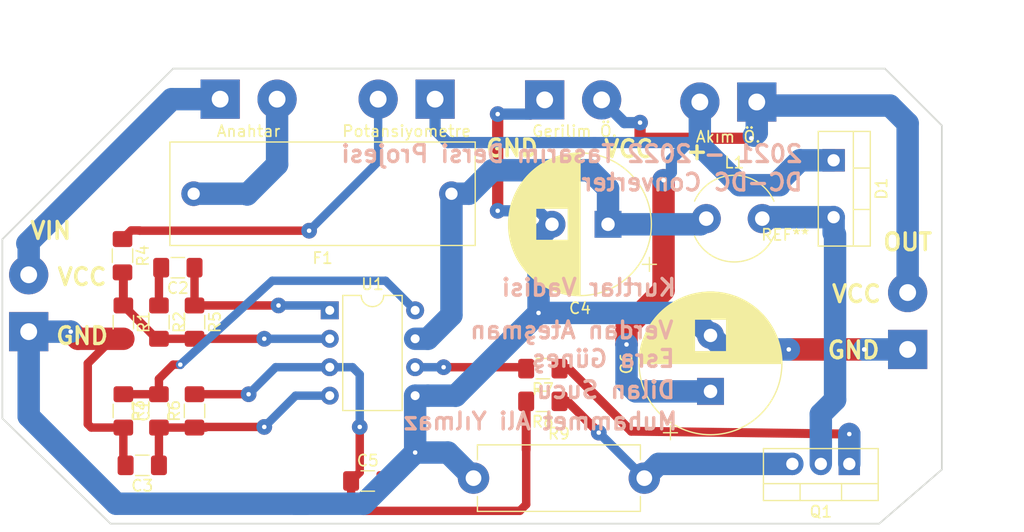
<source format=kicad_pcb>
(kicad_pcb (version 20171130) (host pcbnew "(5.0.2)-1")

  (general
    (thickness 1.6)
    (drawings 26)
    (tracks 196)
    (zones 0)
    (modules 30)
    (nets 18)
  )

  (page A4)
  (layers
    (0 F.Cu signal)
    (31 B.Cu signal)
    (32 B.Adhes user hide)
    (33 F.Adhes user hide)
    (34 B.Paste user hide)
    (35 F.Paste user hide)
    (36 B.SilkS user)
    (37 F.SilkS user)
    (38 B.Mask user)
    (39 F.Mask user)
    (40 Dwgs.User user)
    (41 Cmts.User user)
    (42 Eco1.User user)
    (43 Eco2.User user)
    (44 Edge.Cuts user)
    (45 Margin user)
    (46 B.CrtYd user)
    (47 F.CrtYd user)
    (48 B.Fab user)
    (49 F.Fab user)
  )

  (setup
    (last_trace_width 2)
    (trace_clearance 0.2)
    (zone_clearance 0.508)
    (zone_45_only no)
    (trace_min 0.2)
    (segment_width 0.2)
    (edge_width 0.15)
    (via_size 1.4)
    (via_drill 0.4)
    (via_min_size 0.4)
    (via_min_drill 0.3)
    (uvia_size 0.3)
    (uvia_drill 0.1)
    (uvias_allowed no)
    (uvia_min_size 0.2)
    (uvia_min_drill 0.1)
    (pcb_text_width 0.3)
    (pcb_text_size 1.5 1.5)
    (mod_edge_width 0.15)
    (mod_text_size 1 1)
    (mod_text_width 0.15)
    (pad_size 1.524 1.524)
    (pad_drill 0.762)
    (pad_to_mask_clearance 0.051)
    (solder_mask_min_width 0.25)
    (aux_axis_origin 0 0)
    (visible_elements 7FFFFFFF)
    (pcbplotparams
      (layerselection 0x010f0_ffffffff)
      (usegerberextensions false)
      (usegerberattributes false)
      (usegerberadvancedattributes false)
      (creategerberjobfile false)
      (excludeedgelayer true)
      (linewidth 0.100000)
      (plotframeref false)
      (viasonmask false)
      (mode 1)
      (useauxorigin false)
      (hpglpennumber 1)
      (hpglpenspeed 20)
      (hpglpendiameter 15.000000)
      (psnegative false)
      (psa4output false)
      (plotreference true)
      (plotvalue true)
      (plotinvisibletext false)
      (padsonsilk false)
      (subtractmaskfromsilk false)
      (outputformat 1)
      (mirror false)
      (drillshape 0)
      (scaleselection 1)
      (outputdirectory "../Gerber/"))
  )

  (net 0 "")
  (net 1 GNDREF)
  (net 2 "Net-(C1-Pad1)")
  (net 3 "Net-(C2-Pad1)")
  (net 4 "Net-(C2-Pad2)")
  (net 5 "Net-(C3-Pad1)")
  (net 6 "Net-(C4-Pad1)")
  (net 7 "Net-(C5-Pad1)")
  (net 8 "Net-(C6-Pad1)")
  (net 9 "Net-(D1-Pad2)")
  (net 10 "Net-(F1-Pad2)")
  (net 11 "Net-(J1-Pad2)")
  (net 12 "Net-(J3-Pad2)")
  (net 13 "Net-(J4-Pad1)")
  (net 14 "Net-(Q1-Pad1)")
  (net 15 "Net-(Q1-Pad3)")
  (net 16 "Net-(R1-Pad1)")
  (net 17 "Net-(R7-Pad2)")

  (net_class Default "This is the default net class."
    (clearance 0.2)
    (trace_width 2)
    (via_dia 1.4)
    (via_drill 0.4)
    (uvia_dia 0.3)
    (uvia_drill 0.1)
    (add_net GNDREF)
    (add_net "Net-(C1-Pad1)")
    (add_net "Net-(C2-Pad1)")
    (add_net "Net-(C2-Pad2)")
    (add_net "Net-(C3-Pad1)")
    (add_net "Net-(C4-Pad1)")
    (add_net "Net-(C5-Pad1)")
    (add_net "Net-(C6-Pad1)")
    (add_net "Net-(D1-Pad2)")
    (add_net "Net-(F1-Pad2)")
    (add_net "Net-(J1-Pad2)")
    (add_net "Net-(J3-Pad2)")
    (add_net "Net-(J4-Pad1)")
    (add_net "Net-(Q1-Pad1)")
    (add_net "Net-(Q1-Pad3)")
    (add_net "Net-(R1-Pad1)")
    (add_net "Net-(R7-Pad2)")
  )

  (module Package_DIP:DIP-8_W7.62mm (layer F.Cu) (tedit 5A02E8C5) (tstamp 61B5FD0F)
    (at 149.86 96.52)
    (descr "8-lead though-hole mounted DIP package, row spacing 7.62 mm (300 mils)")
    (tags "THT DIP DIL PDIP 2.54mm 7.62mm 300mil")
    (path /61B58688)
    (fp_text reference U1 (at 3.81 -2.33) (layer F.SilkS)
      (effects (font (size 1 1) (thickness 0.15)))
    )
    (fp_text value UC3843_DIP8 (at 3.81 9.95) (layer F.Fab)
      (effects (font (size 1 1) (thickness 0.15)))
    )
    (fp_arc (start 3.81 -1.33) (end 2.81 -1.33) (angle -180) (layer F.SilkS) (width 0.12))
    (fp_line (start 1.635 -1.27) (end 6.985 -1.27) (layer F.Fab) (width 0.1))
    (fp_line (start 6.985 -1.27) (end 6.985 8.89) (layer F.Fab) (width 0.1))
    (fp_line (start 6.985 8.89) (end 0.635 8.89) (layer F.Fab) (width 0.1))
    (fp_line (start 0.635 8.89) (end 0.635 -0.27) (layer F.Fab) (width 0.1))
    (fp_line (start 0.635 -0.27) (end 1.635 -1.27) (layer F.Fab) (width 0.1))
    (fp_line (start 2.81 -1.33) (end 1.16 -1.33) (layer F.SilkS) (width 0.12))
    (fp_line (start 1.16 -1.33) (end 1.16 8.95) (layer F.SilkS) (width 0.12))
    (fp_line (start 1.16 8.95) (end 6.46 8.95) (layer F.SilkS) (width 0.12))
    (fp_line (start 6.46 8.95) (end 6.46 -1.33) (layer F.SilkS) (width 0.12))
    (fp_line (start 6.46 -1.33) (end 4.81 -1.33) (layer F.SilkS) (width 0.12))
    (fp_line (start -1.1 -1.55) (end -1.1 9.15) (layer F.CrtYd) (width 0.05))
    (fp_line (start -1.1 9.15) (end 8.7 9.15) (layer F.CrtYd) (width 0.05))
    (fp_line (start 8.7 9.15) (end 8.7 -1.55) (layer F.CrtYd) (width 0.05))
    (fp_line (start 8.7 -1.55) (end -1.1 -1.55) (layer F.CrtYd) (width 0.05))
    (fp_text user %R (at 3.81 3.81) (layer F.Fab)
      (effects (font (size 1 1) (thickness 0.15)))
    )
    (pad 1 thru_hole rect (at 0 0) (size 1.6 1.6) (drill 0.8) (layers *.Cu *.Mask)
      (net 3 "Net-(C2-Pad1)"))
    (pad 5 thru_hole oval (at 7.62 7.62) (size 1.6 1.6) (drill 0.8) (layers *.Cu *.Mask)
      (net 1 GNDREF))
    (pad 2 thru_hole oval (at 0 2.54) (size 1.6 1.6) (drill 0.8) (layers *.Cu *.Mask)
      (net 16 "Net-(R1-Pad1)"))
    (pad 6 thru_hole oval (at 7.62 5.08) (size 1.6 1.6) (drill 0.8) (layers *.Cu *.Mask)
      (net 17 "Net-(R7-Pad2)"))
    (pad 3 thru_hole oval (at 0 5.08) (size 1.6 1.6) (drill 0.8) (layers *.Cu *.Mask)
      (net 7 "Net-(C5-Pad1)"))
    (pad 7 thru_hole oval (at 7.62 2.54) (size 1.6 1.6) (drill 0.8) (layers *.Cu *.Mask)
      (net 6 "Net-(C4-Pad1)"))
    (pad 4 thru_hole oval (at 0 7.62) (size 1.6 1.6) (drill 0.8) (layers *.Cu *.Mask)
      (net 5 "Net-(C3-Pad1)"))
    (pad 8 thru_hole oval (at 7.62 0) (size 1.6 1.6) (drill 0.8) (layers *.Cu *.Mask)
      (net 2 "Net-(C1-Pad1)"))
    (model ${KISYS3DMOD}/Package_DIP.3dshapes/DIP-8_W7.62mm.wrl
      (at (xyz 0 0 0))
      (scale (xyz 1 1 1))
      (rotate (xyz 0 0 0))
    )
  )

  (module Capacitor_THT:CP_Radial_D12.5mm_P5.00mm (layer F.Cu) (tedit 5AE50EF1) (tstamp 61B5E288)
    (at 174.6885 88.8365 180)
    (descr "CP, Radial series, Radial, pin pitch=5.00mm, , diameter=12.5mm, Electrolytic Capacitor")
    (tags "CP Radial series Radial pin pitch 5.00mm  diameter 12.5mm Electrolytic Capacitor")
    (path /61B5C2FE)
    (fp_text reference C4 (at 2.5 -7.5 180) (layer F.SilkS)
      (effects (font (size 1 1) (thickness 0.15)))
    )
    (fp_text value 1000uF (at 2.5 7.5 180) (layer F.Fab)
      (effects (font (size 1 1) (thickness 0.15)))
    )
    (fp_text user %R (at 2.5 0 180) (layer F.Fab)
      (effects (font (size 1 1) (thickness 0.15)))
    )
    (fp_line (start -3.692082 -4.2) (end -3.692082 -2.95) (layer F.SilkS) (width 0.12))
    (fp_line (start -4.317082 -3.575) (end -3.067082 -3.575) (layer F.SilkS) (width 0.12))
    (fp_line (start 8.861 -0.317) (end 8.861 0.317) (layer F.SilkS) (width 0.12))
    (fp_line (start 8.821 -0.757) (end 8.821 0.757) (layer F.SilkS) (width 0.12))
    (fp_line (start 8.781 -1.028) (end 8.781 1.028) (layer F.SilkS) (width 0.12))
    (fp_line (start 8.741 -1.241) (end 8.741 1.241) (layer F.SilkS) (width 0.12))
    (fp_line (start 8.701 -1.422) (end 8.701 1.422) (layer F.SilkS) (width 0.12))
    (fp_line (start 8.661 -1.583) (end 8.661 1.583) (layer F.SilkS) (width 0.12))
    (fp_line (start 8.621 -1.728) (end 8.621 1.728) (layer F.SilkS) (width 0.12))
    (fp_line (start 8.581 -1.861) (end 8.581 1.861) (layer F.SilkS) (width 0.12))
    (fp_line (start 8.541 -1.984) (end 8.541 1.984) (layer F.SilkS) (width 0.12))
    (fp_line (start 8.501 -2.1) (end 8.501 2.1) (layer F.SilkS) (width 0.12))
    (fp_line (start 8.461 -2.209) (end 8.461 2.209) (layer F.SilkS) (width 0.12))
    (fp_line (start 8.421 -2.312) (end 8.421 2.312) (layer F.SilkS) (width 0.12))
    (fp_line (start 8.381 -2.41) (end 8.381 2.41) (layer F.SilkS) (width 0.12))
    (fp_line (start 8.341 -2.504) (end 8.341 2.504) (layer F.SilkS) (width 0.12))
    (fp_line (start 8.301 -2.594) (end 8.301 2.594) (layer F.SilkS) (width 0.12))
    (fp_line (start 8.261 -2.681) (end 8.261 2.681) (layer F.SilkS) (width 0.12))
    (fp_line (start 8.221 -2.764) (end 8.221 2.764) (layer F.SilkS) (width 0.12))
    (fp_line (start 8.181 -2.844) (end 8.181 2.844) (layer F.SilkS) (width 0.12))
    (fp_line (start 8.141 -2.921) (end 8.141 2.921) (layer F.SilkS) (width 0.12))
    (fp_line (start 8.101 -2.996) (end 8.101 2.996) (layer F.SilkS) (width 0.12))
    (fp_line (start 8.061 -3.069) (end 8.061 3.069) (layer F.SilkS) (width 0.12))
    (fp_line (start 8.021 -3.14) (end 8.021 3.14) (layer F.SilkS) (width 0.12))
    (fp_line (start 7.981 -3.208) (end 7.981 3.208) (layer F.SilkS) (width 0.12))
    (fp_line (start 7.941 -3.275) (end 7.941 3.275) (layer F.SilkS) (width 0.12))
    (fp_line (start 7.901 -3.339) (end 7.901 3.339) (layer F.SilkS) (width 0.12))
    (fp_line (start 7.861 -3.402) (end 7.861 3.402) (layer F.SilkS) (width 0.12))
    (fp_line (start 7.821 -3.464) (end 7.821 3.464) (layer F.SilkS) (width 0.12))
    (fp_line (start 7.781 -3.524) (end 7.781 3.524) (layer F.SilkS) (width 0.12))
    (fp_line (start 7.741 -3.583) (end 7.741 3.583) (layer F.SilkS) (width 0.12))
    (fp_line (start 7.701 -3.64) (end 7.701 3.64) (layer F.SilkS) (width 0.12))
    (fp_line (start 7.661 -3.696) (end 7.661 3.696) (layer F.SilkS) (width 0.12))
    (fp_line (start 7.621 -3.75) (end 7.621 3.75) (layer F.SilkS) (width 0.12))
    (fp_line (start 7.581 -3.804) (end 7.581 3.804) (layer F.SilkS) (width 0.12))
    (fp_line (start 7.541 -3.856) (end 7.541 3.856) (layer F.SilkS) (width 0.12))
    (fp_line (start 7.501 -3.907) (end 7.501 3.907) (layer F.SilkS) (width 0.12))
    (fp_line (start 7.461 -3.957) (end 7.461 3.957) (layer F.SilkS) (width 0.12))
    (fp_line (start 7.421 -4.007) (end 7.421 4.007) (layer F.SilkS) (width 0.12))
    (fp_line (start 7.381 -4.055) (end 7.381 4.055) (layer F.SilkS) (width 0.12))
    (fp_line (start 7.341 -4.102) (end 7.341 4.102) (layer F.SilkS) (width 0.12))
    (fp_line (start 7.301 -4.148) (end 7.301 4.148) (layer F.SilkS) (width 0.12))
    (fp_line (start 7.261 -4.194) (end 7.261 4.194) (layer F.SilkS) (width 0.12))
    (fp_line (start 7.221 -4.238) (end 7.221 4.238) (layer F.SilkS) (width 0.12))
    (fp_line (start 7.181 -4.282) (end 7.181 4.282) (layer F.SilkS) (width 0.12))
    (fp_line (start 7.141 -4.325) (end 7.141 4.325) (layer F.SilkS) (width 0.12))
    (fp_line (start 7.101 -4.367) (end 7.101 4.367) (layer F.SilkS) (width 0.12))
    (fp_line (start 7.061 -4.408) (end 7.061 4.408) (layer F.SilkS) (width 0.12))
    (fp_line (start 7.021 -4.449) (end 7.021 4.449) (layer F.SilkS) (width 0.12))
    (fp_line (start 6.981 -4.489) (end 6.981 4.489) (layer F.SilkS) (width 0.12))
    (fp_line (start 6.941 -4.528) (end 6.941 4.528) (layer F.SilkS) (width 0.12))
    (fp_line (start 6.901 -4.567) (end 6.901 4.567) (layer F.SilkS) (width 0.12))
    (fp_line (start 6.861 -4.605) (end 6.861 4.605) (layer F.SilkS) (width 0.12))
    (fp_line (start 6.821 -4.642) (end 6.821 4.642) (layer F.SilkS) (width 0.12))
    (fp_line (start 6.781 -4.678) (end 6.781 4.678) (layer F.SilkS) (width 0.12))
    (fp_line (start 6.741 -4.714) (end 6.741 4.714) (layer F.SilkS) (width 0.12))
    (fp_line (start 6.701 -4.75) (end 6.701 4.75) (layer F.SilkS) (width 0.12))
    (fp_line (start 6.661 -4.785) (end 6.661 4.785) (layer F.SilkS) (width 0.12))
    (fp_line (start 6.621 -4.819) (end 6.621 4.819) (layer F.SilkS) (width 0.12))
    (fp_line (start 6.581 -4.852) (end 6.581 4.852) (layer F.SilkS) (width 0.12))
    (fp_line (start 6.541 -4.885) (end 6.541 4.885) (layer F.SilkS) (width 0.12))
    (fp_line (start 6.501 -4.918) (end 6.501 4.918) (layer F.SilkS) (width 0.12))
    (fp_line (start 6.461 -4.95) (end 6.461 4.95) (layer F.SilkS) (width 0.12))
    (fp_line (start 6.421 1.44) (end 6.421 4.982) (layer F.SilkS) (width 0.12))
    (fp_line (start 6.421 -4.982) (end 6.421 -1.44) (layer F.SilkS) (width 0.12))
    (fp_line (start 6.381 1.44) (end 6.381 5.012) (layer F.SilkS) (width 0.12))
    (fp_line (start 6.381 -5.012) (end 6.381 -1.44) (layer F.SilkS) (width 0.12))
    (fp_line (start 6.341 1.44) (end 6.341 5.043) (layer F.SilkS) (width 0.12))
    (fp_line (start 6.341 -5.043) (end 6.341 -1.44) (layer F.SilkS) (width 0.12))
    (fp_line (start 6.301 1.44) (end 6.301 5.073) (layer F.SilkS) (width 0.12))
    (fp_line (start 6.301 -5.073) (end 6.301 -1.44) (layer F.SilkS) (width 0.12))
    (fp_line (start 6.261 1.44) (end 6.261 5.102) (layer F.SilkS) (width 0.12))
    (fp_line (start 6.261 -5.102) (end 6.261 -1.44) (layer F.SilkS) (width 0.12))
    (fp_line (start 6.221 1.44) (end 6.221 5.131) (layer F.SilkS) (width 0.12))
    (fp_line (start 6.221 -5.131) (end 6.221 -1.44) (layer F.SilkS) (width 0.12))
    (fp_line (start 6.181 1.44) (end 6.181 5.16) (layer F.SilkS) (width 0.12))
    (fp_line (start 6.181 -5.16) (end 6.181 -1.44) (layer F.SilkS) (width 0.12))
    (fp_line (start 6.141 1.44) (end 6.141 5.188) (layer F.SilkS) (width 0.12))
    (fp_line (start 6.141 -5.188) (end 6.141 -1.44) (layer F.SilkS) (width 0.12))
    (fp_line (start 6.101 1.44) (end 6.101 5.216) (layer F.SilkS) (width 0.12))
    (fp_line (start 6.101 -5.216) (end 6.101 -1.44) (layer F.SilkS) (width 0.12))
    (fp_line (start 6.061 1.44) (end 6.061 5.243) (layer F.SilkS) (width 0.12))
    (fp_line (start 6.061 -5.243) (end 6.061 -1.44) (layer F.SilkS) (width 0.12))
    (fp_line (start 6.021 1.44) (end 6.021 5.27) (layer F.SilkS) (width 0.12))
    (fp_line (start 6.021 -5.27) (end 6.021 -1.44) (layer F.SilkS) (width 0.12))
    (fp_line (start 5.981 1.44) (end 5.981 5.296) (layer F.SilkS) (width 0.12))
    (fp_line (start 5.981 -5.296) (end 5.981 -1.44) (layer F.SilkS) (width 0.12))
    (fp_line (start 5.941 1.44) (end 5.941 5.322) (layer F.SilkS) (width 0.12))
    (fp_line (start 5.941 -5.322) (end 5.941 -1.44) (layer F.SilkS) (width 0.12))
    (fp_line (start 5.901 1.44) (end 5.901 5.347) (layer F.SilkS) (width 0.12))
    (fp_line (start 5.901 -5.347) (end 5.901 -1.44) (layer F.SilkS) (width 0.12))
    (fp_line (start 5.861 1.44) (end 5.861 5.372) (layer F.SilkS) (width 0.12))
    (fp_line (start 5.861 -5.372) (end 5.861 -1.44) (layer F.SilkS) (width 0.12))
    (fp_line (start 5.821 1.44) (end 5.821 5.397) (layer F.SilkS) (width 0.12))
    (fp_line (start 5.821 -5.397) (end 5.821 -1.44) (layer F.SilkS) (width 0.12))
    (fp_line (start 5.781 1.44) (end 5.781 5.421) (layer F.SilkS) (width 0.12))
    (fp_line (start 5.781 -5.421) (end 5.781 -1.44) (layer F.SilkS) (width 0.12))
    (fp_line (start 5.741 1.44) (end 5.741 5.445) (layer F.SilkS) (width 0.12))
    (fp_line (start 5.741 -5.445) (end 5.741 -1.44) (layer F.SilkS) (width 0.12))
    (fp_line (start 5.701 1.44) (end 5.701 5.468) (layer F.SilkS) (width 0.12))
    (fp_line (start 5.701 -5.468) (end 5.701 -1.44) (layer F.SilkS) (width 0.12))
    (fp_line (start 5.661 1.44) (end 5.661 5.491) (layer F.SilkS) (width 0.12))
    (fp_line (start 5.661 -5.491) (end 5.661 -1.44) (layer F.SilkS) (width 0.12))
    (fp_line (start 5.621 1.44) (end 5.621 5.514) (layer F.SilkS) (width 0.12))
    (fp_line (start 5.621 -5.514) (end 5.621 -1.44) (layer F.SilkS) (width 0.12))
    (fp_line (start 5.581 1.44) (end 5.581 5.536) (layer F.SilkS) (width 0.12))
    (fp_line (start 5.581 -5.536) (end 5.581 -1.44) (layer F.SilkS) (width 0.12))
    (fp_line (start 5.541 1.44) (end 5.541 5.558) (layer F.SilkS) (width 0.12))
    (fp_line (start 5.541 -5.558) (end 5.541 -1.44) (layer F.SilkS) (width 0.12))
    (fp_line (start 5.501 1.44) (end 5.501 5.58) (layer F.SilkS) (width 0.12))
    (fp_line (start 5.501 -5.58) (end 5.501 -1.44) (layer F.SilkS) (width 0.12))
    (fp_line (start 5.461 1.44) (end 5.461 5.601) (layer F.SilkS) (width 0.12))
    (fp_line (start 5.461 -5.601) (end 5.461 -1.44) (layer F.SilkS) (width 0.12))
    (fp_line (start 5.421 1.44) (end 5.421 5.622) (layer F.SilkS) (width 0.12))
    (fp_line (start 5.421 -5.622) (end 5.421 -1.44) (layer F.SilkS) (width 0.12))
    (fp_line (start 5.381 1.44) (end 5.381 5.642) (layer F.SilkS) (width 0.12))
    (fp_line (start 5.381 -5.642) (end 5.381 -1.44) (layer F.SilkS) (width 0.12))
    (fp_line (start 5.341 1.44) (end 5.341 5.662) (layer F.SilkS) (width 0.12))
    (fp_line (start 5.341 -5.662) (end 5.341 -1.44) (layer F.SilkS) (width 0.12))
    (fp_line (start 5.301 1.44) (end 5.301 5.682) (layer F.SilkS) (width 0.12))
    (fp_line (start 5.301 -5.682) (end 5.301 -1.44) (layer F.SilkS) (width 0.12))
    (fp_line (start 5.261 1.44) (end 5.261 5.702) (layer F.SilkS) (width 0.12))
    (fp_line (start 5.261 -5.702) (end 5.261 -1.44) (layer F.SilkS) (width 0.12))
    (fp_line (start 5.221 1.44) (end 5.221 5.721) (layer F.SilkS) (width 0.12))
    (fp_line (start 5.221 -5.721) (end 5.221 -1.44) (layer F.SilkS) (width 0.12))
    (fp_line (start 5.181 1.44) (end 5.181 5.739) (layer F.SilkS) (width 0.12))
    (fp_line (start 5.181 -5.739) (end 5.181 -1.44) (layer F.SilkS) (width 0.12))
    (fp_line (start 5.141 1.44) (end 5.141 5.758) (layer F.SilkS) (width 0.12))
    (fp_line (start 5.141 -5.758) (end 5.141 -1.44) (layer F.SilkS) (width 0.12))
    (fp_line (start 5.101 1.44) (end 5.101 5.776) (layer F.SilkS) (width 0.12))
    (fp_line (start 5.101 -5.776) (end 5.101 -1.44) (layer F.SilkS) (width 0.12))
    (fp_line (start 5.061 1.44) (end 5.061 5.793) (layer F.SilkS) (width 0.12))
    (fp_line (start 5.061 -5.793) (end 5.061 -1.44) (layer F.SilkS) (width 0.12))
    (fp_line (start 5.021 1.44) (end 5.021 5.811) (layer F.SilkS) (width 0.12))
    (fp_line (start 5.021 -5.811) (end 5.021 -1.44) (layer F.SilkS) (width 0.12))
    (fp_line (start 4.981 1.44) (end 4.981 5.828) (layer F.SilkS) (width 0.12))
    (fp_line (start 4.981 -5.828) (end 4.981 -1.44) (layer F.SilkS) (width 0.12))
    (fp_line (start 4.941 1.44) (end 4.941 5.845) (layer F.SilkS) (width 0.12))
    (fp_line (start 4.941 -5.845) (end 4.941 -1.44) (layer F.SilkS) (width 0.12))
    (fp_line (start 4.901 1.44) (end 4.901 5.861) (layer F.SilkS) (width 0.12))
    (fp_line (start 4.901 -5.861) (end 4.901 -1.44) (layer F.SilkS) (width 0.12))
    (fp_line (start 4.861 1.44) (end 4.861 5.877) (layer F.SilkS) (width 0.12))
    (fp_line (start 4.861 -5.877) (end 4.861 -1.44) (layer F.SilkS) (width 0.12))
    (fp_line (start 4.821 1.44) (end 4.821 5.893) (layer F.SilkS) (width 0.12))
    (fp_line (start 4.821 -5.893) (end 4.821 -1.44) (layer F.SilkS) (width 0.12))
    (fp_line (start 4.781 1.44) (end 4.781 5.908) (layer F.SilkS) (width 0.12))
    (fp_line (start 4.781 -5.908) (end 4.781 -1.44) (layer F.SilkS) (width 0.12))
    (fp_line (start 4.741 1.44) (end 4.741 5.924) (layer F.SilkS) (width 0.12))
    (fp_line (start 4.741 -5.924) (end 4.741 -1.44) (layer F.SilkS) (width 0.12))
    (fp_line (start 4.701 1.44) (end 4.701 5.939) (layer F.SilkS) (width 0.12))
    (fp_line (start 4.701 -5.939) (end 4.701 -1.44) (layer F.SilkS) (width 0.12))
    (fp_line (start 4.661 1.44) (end 4.661 5.953) (layer F.SilkS) (width 0.12))
    (fp_line (start 4.661 -5.953) (end 4.661 -1.44) (layer F.SilkS) (width 0.12))
    (fp_line (start 4.621 1.44) (end 4.621 5.967) (layer F.SilkS) (width 0.12))
    (fp_line (start 4.621 -5.967) (end 4.621 -1.44) (layer F.SilkS) (width 0.12))
    (fp_line (start 4.581 1.44) (end 4.581 5.981) (layer F.SilkS) (width 0.12))
    (fp_line (start 4.581 -5.981) (end 4.581 -1.44) (layer F.SilkS) (width 0.12))
    (fp_line (start 4.541 1.44) (end 4.541 5.995) (layer F.SilkS) (width 0.12))
    (fp_line (start 4.541 -5.995) (end 4.541 -1.44) (layer F.SilkS) (width 0.12))
    (fp_line (start 4.501 1.44) (end 4.501 6.008) (layer F.SilkS) (width 0.12))
    (fp_line (start 4.501 -6.008) (end 4.501 -1.44) (layer F.SilkS) (width 0.12))
    (fp_line (start 4.461 1.44) (end 4.461 6.021) (layer F.SilkS) (width 0.12))
    (fp_line (start 4.461 -6.021) (end 4.461 -1.44) (layer F.SilkS) (width 0.12))
    (fp_line (start 4.421 1.44) (end 4.421 6.034) (layer F.SilkS) (width 0.12))
    (fp_line (start 4.421 -6.034) (end 4.421 -1.44) (layer F.SilkS) (width 0.12))
    (fp_line (start 4.381 1.44) (end 4.381 6.047) (layer F.SilkS) (width 0.12))
    (fp_line (start 4.381 -6.047) (end 4.381 -1.44) (layer F.SilkS) (width 0.12))
    (fp_line (start 4.341 1.44) (end 4.341 6.059) (layer F.SilkS) (width 0.12))
    (fp_line (start 4.341 -6.059) (end 4.341 -1.44) (layer F.SilkS) (width 0.12))
    (fp_line (start 4.301 1.44) (end 4.301 6.071) (layer F.SilkS) (width 0.12))
    (fp_line (start 4.301 -6.071) (end 4.301 -1.44) (layer F.SilkS) (width 0.12))
    (fp_line (start 4.261 1.44) (end 4.261 6.083) (layer F.SilkS) (width 0.12))
    (fp_line (start 4.261 -6.083) (end 4.261 -1.44) (layer F.SilkS) (width 0.12))
    (fp_line (start 4.221 1.44) (end 4.221 6.094) (layer F.SilkS) (width 0.12))
    (fp_line (start 4.221 -6.094) (end 4.221 -1.44) (layer F.SilkS) (width 0.12))
    (fp_line (start 4.181 1.44) (end 4.181 6.105) (layer F.SilkS) (width 0.12))
    (fp_line (start 4.181 -6.105) (end 4.181 -1.44) (layer F.SilkS) (width 0.12))
    (fp_line (start 4.141 1.44) (end 4.141 6.116) (layer F.SilkS) (width 0.12))
    (fp_line (start 4.141 -6.116) (end 4.141 -1.44) (layer F.SilkS) (width 0.12))
    (fp_line (start 4.101 1.44) (end 4.101 6.126) (layer F.SilkS) (width 0.12))
    (fp_line (start 4.101 -6.126) (end 4.101 -1.44) (layer F.SilkS) (width 0.12))
    (fp_line (start 4.061 1.44) (end 4.061 6.137) (layer F.SilkS) (width 0.12))
    (fp_line (start 4.061 -6.137) (end 4.061 -1.44) (layer F.SilkS) (width 0.12))
    (fp_line (start 4.021 1.44) (end 4.021 6.146) (layer F.SilkS) (width 0.12))
    (fp_line (start 4.021 -6.146) (end 4.021 -1.44) (layer F.SilkS) (width 0.12))
    (fp_line (start 3.981 1.44) (end 3.981 6.156) (layer F.SilkS) (width 0.12))
    (fp_line (start 3.981 -6.156) (end 3.981 -1.44) (layer F.SilkS) (width 0.12))
    (fp_line (start 3.941 1.44) (end 3.941 6.166) (layer F.SilkS) (width 0.12))
    (fp_line (start 3.941 -6.166) (end 3.941 -1.44) (layer F.SilkS) (width 0.12))
    (fp_line (start 3.901 1.44) (end 3.901 6.175) (layer F.SilkS) (width 0.12))
    (fp_line (start 3.901 -6.175) (end 3.901 -1.44) (layer F.SilkS) (width 0.12))
    (fp_line (start 3.861 1.44) (end 3.861 6.184) (layer F.SilkS) (width 0.12))
    (fp_line (start 3.861 -6.184) (end 3.861 -1.44) (layer F.SilkS) (width 0.12))
    (fp_line (start 3.821 1.44) (end 3.821 6.192) (layer F.SilkS) (width 0.12))
    (fp_line (start 3.821 -6.192) (end 3.821 -1.44) (layer F.SilkS) (width 0.12))
    (fp_line (start 3.781 1.44) (end 3.781 6.201) (layer F.SilkS) (width 0.12))
    (fp_line (start 3.781 -6.201) (end 3.781 -1.44) (layer F.SilkS) (width 0.12))
    (fp_line (start 3.741 1.44) (end 3.741 6.209) (layer F.SilkS) (width 0.12))
    (fp_line (start 3.741 -6.209) (end 3.741 -1.44) (layer F.SilkS) (width 0.12))
    (fp_line (start 3.701 1.44) (end 3.701 6.216) (layer F.SilkS) (width 0.12))
    (fp_line (start 3.701 -6.216) (end 3.701 -1.44) (layer F.SilkS) (width 0.12))
    (fp_line (start 3.661 1.44) (end 3.661 6.224) (layer F.SilkS) (width 0.12))
    (fp_line (start 3.661 -6.224) (end 3.661 -1.44) (layer F.SilkS) (width 0.12))
    (fp_line (start 3.621 1.44) (end 3.621 6.231) (layer F.SilkS) (width 0.12))
    (fp_line (start 3.621 -6.231) (end 3.621 -1.44) (layer F.SilkS) (width 0.12))
    (fp_line (start 3.581 1.44) (end 3.581 6.238) (layer F.SilkS) (width 0.12))
    (fp_line (start 3.581 -6.238) (end 3.581 -1.44) (layer F.SilkS) (width 0.12))
    (fp_line (start 3.541 -6.245) (end 3.541 6.245) (layer F.SilkS) (width 0.12))
    (fp_line (start 3.501 -6.252) (end 3.501 6.252) (layer F.SilkS) (width 0.12))
    (fp_line (start 3.461 -6.258) (end 3.461 6.258) (layer F.SilkS) (width 0.12))
    (fp_line (start 3.421 -6.264) (end 3.421 6.264) (layer F.SilkS) (width 0.12))
    (fp_line (start 3.381 -6.269) (end 3.381 6.269) (layer F.SilkS) (width 0.12))
    (fp_line (start 3.341 -6.275) (end 3.341 6.275) (layer F.SilkS) (width 0.12))
    (fp_line (start 3.301 -6.28) (end 3.301 6.28) (layer F.SilkS) (width 0.12))
    (fp_line (start 3.261 -6.285) (end 3.261 6.285) (layer F.SilkS) (width 0.12))
    (fp_line (start 3.221 -6.29) (end 3.221 6.29) (layer F.SilkS) (width 0.12))
    (fp_line (start 3.18 -6.294) (end 3.18 6.294) (layer F.SilkS) (width 0.12))
    (fp_line (start 3.14 -6.298) (end 3.14 6.298) (layer F.SilkS) (width 0.12))
    (fp_line (start 3.1 -6.302) (end 3.1 6.302) (layer F.SilkS) (width 0.12))
    (fp_line (start 3.06 -6.306) (end 3.06 6.306) (layer F.SilkS) (width 0.12))
    (fp_line (start 3.02 -6.309) (end 3.02 6.309) (layer F.SilkS) (width 0.12))
    (fp_line (start 2.98 -6.312) (end 2.98 6.312) (layer F.SilkS) (width 0.12))
    (fp_line (start 2.94 -6.315) (end 2.94 6.315) (layer F.SilkS) (width 0.12))
    (fp_line (start 2.9 -6.318) (end 2.9 6.318) (layer F.SilkS) (width 0.12))
    (fp_line (start 2.86 -6.32) (end 2.86 6.32) (layer F.SilkS) (width 0.12))
    (fp_line (start 2.82 -6.322) (end 2.82 6.322) (layer F.SilkS) (width 0.12))
    (fp_line (start 2.78 -6.324) (end 2.78 6.324) (layer F.SilkS) (width 0.12))
    (fp_line (start 2.74 -6.326) (end 2.74 6.326) (layer F.SilkS) (width 0.12))
    (fp_line (start 2.7 -6.327) (end 2.7 6.327) (layer F.SilkS) (width 0.12))
    (fp_line (start 2.66 -6.328) (end 2.66 6.328) (layer F.SilkS) (width 0.12))
    (fp_line (start 2.62 -6.329) (end 2.62 6.329) (layer F.SilkS) (width 0.12))
    (fp_line (start 2.58 -6.33) (end 2.58 6.33) (layer F.SilkS) (width 0.12))
    (fp_line (start 2.54 -6.33) (end 2.54 6.33) (layer F.SilkS) (width 0.12))
    (fp_line (start 2.5 -6.33) (end 2.5 6.33) (layer F.SilkS) (width 0.12))
    (fp_line (start -2.241489 -3.3625) (end -2.241489 -2.1125) (layer F.Fab) (width 0.1))
    (fp_line (start -2.866489 -2.7375) (end -1.616489 -2.7375) (layer F.Fab) (width 0.1))
    (fp_circle (center 2.5 0) (end 9 0) (layer F.CrtYd) (width 0.05))
    (fp_circle (center 2.5 0) (end 8.87 0) (layer F.SilkS) (width 0.12))
    (fp_circle (center 2.5 0) (end 8.75 0) (layer F.Fab) (width 0.1))
    (pad 2 thru_hole circle (at 5 0 180) (size 2.4 2.4) (drill 1.2) (layers *.Cu *.Mask)
      (net 1 GNDREF))
    (pad 1 thru_hole rect (at 0 0 180) (size 2.4 2.4) (drill 1.2) (layers *.Cu *.Mask)
      (net 6 "Net-(C4-Pad1)"))
    (model ${KISYS3DMOD}/Capacitor_THT.3dshapes/CP_Radial_D12.5mm_P5.00mm.wrl
      (at (xyz 0 0 0))
      (scale (xyz 1 1 1))
      (rotate (xyz 0 0 0))
    )
  )

  (module Capacitor_SMD:C_1206_3216Metric_Pad1.42x1.75mm_HandSolder (layer F.Cu) (tedit 5B301BBE) (tstamp 61B609BF)
    (at 131.445 105.5005 270)
    (descr "Capacitor SMD 1206 (3216 Metric), square (rectangular) end terminal, IPC_7351 nominal with elongated pad for handsoldering. (Body size source: http://www.tortai-tech.com/upload/download/2011102023233369053.pdf), generated with kicad-footprint-generator")
    (tags "capacitor handsolder")
    (path /61B594A6)
    (attr smd)
    (fp_text reference C1 (at 0 -1.82 270) (layer F.SilkS)
      (effects (font (size 1 1) (thickness 0.15)))
    )
    (fp_text value 10nF (at 0 1.82 270) (layer F.Fab)
      (effects (font (size 1 1) (thickness 0.15)))
    )
    (fp_text user %R (at 0 0 270) (layer F.Fab)
      (effects (font (size 0.8 0.8) (thickness 0.12)))
    )
    (fp_line (start 2.45 1.12) (end -2.45 1.12) (layer F.CrtYd) (width 0.05))
    (fp_line (start 2.45 -1.12) (end 2.45 1.12) (layer F.CrtYd) (width 0.05))
    (fp_line (start -2.45 -1.12) (end 2.45 -1.12) (layer F.CrtYd) (width 0.05))
    (fp_line (start -2.45 1.12) (end -2.45 -1.12) (layer F.CrtYd) (width 0.05))
    (fp_line (start -0.602064 0.91) (end 0.602064 0.91) (layer F.SilkS) (width 0.12))
    (fp_line (start -0.602064 -0.91) (end 0.602064 -0.91) (layer F.SilkS) (width 0.12))
    (fp_line (start 1.6 0.8) (end -1.6 0.8) (layer F.Fab) (width 0.1))
    (fp_line (start 1.6 -0.8) (end 1.6 0.8) (layer F.Fab) (width 0.1))
    (fp_line (start -1.6 -0.8) (end 1.6 -0.8) (layer F.Fab) (width 0.1))
    (fp_line (start -1.6 0.8) (end -1.6 -0.8) (layer F.Fab) (width 0.1))
    (pad 2 smd roundrect (at 1.4875 0 270) (size 1.425 1.75) (layers F.Cu F.Paste F.Mask) (roundrect_rratio 0.175439)
      (net 1 GNDREF))
    (pad 1 smd roundrect (at -1.4875 0 270) (size 1.425 1.75) (layers F.Cu F.Paste F.Mask) (roundrect_rratio 0.175439)
      (net 2 "Net-(C1-Pad1)"))
    (model ${KISYS3DMOD}/Capacitor_SMD.3dshapes/C_1206_3216Metric.wrl
      (at (xyz 0 0 0))
      (scale (xyz 1 1 1))
      (rotate (xyz 0 0 0))
    )
  )

  (module Capacitor_SMD:C_1206_3216Metric_Pad1.42x1.75mm_HandSolder (layer F.Cu) (tedit 5B301BBE) (tstamp 61B6074A)
    (at 136.3075 92.71 180)
    (descr "Capacitor SMD 1206 (3216 Metric), square (rectangular) end terminal, IPC_7351 nominal with elongated pad for handsoldering. (Body size source: http://www.tortai-tech.com/upload/download/2011102023233369053.pdf), generated with kicad-footprint-generator")
    (tags "capacitor handsolder")
    (path /61B593B6)
    (attr smd)
    (fp_text reference C2 (at 0 -1.82 180) (layer F.SilkS)
      (effects (font (size 1 1) (thickness 0.15)))
    )
    (fp_text value 10nF (at 0 1.82 180) (layer F.Fab)
      (effects (font (size 1 1) (thickness 0.15)))
    )
    (fp_line (start -1.6 0.8) (end -1.6 -0.8) (layer F.Fab) (width 0.1))
    (fp_line (start -1.6 -0.8) (end 1.6 -0.8) (layer F.Fab) (width 0.1))
    (fp_line (start 1.6 -0.8) (end 1.6 0.8) (layer F.Fab) (width 0.1))
    (fp_line (start 1.6 0.8) (end -1.6 0.8) (layer F.Fab) (width 0.1))
    (fp_line (start -0.602064 -0.91) (end 0.602064 -0.91) (layer F.SilkS) (width 0.12))
    (fp_line (start -0.602064 0.91) (end 0.602064 0.91) (layer F.SilkS) (width 0.12))
    (fp_line (start -2.45 1.12) (end -2.45 -1.12) (layer F.CrtYd) (width 0.05))
    (fp_line (start -2.45 -1.12) (end 2.45 -1.12) (layer F.CrtYd) (width 0.05))
    (fp_line (start 2.45 -1.12) (end 2.45 1.12) (layer F.CrtYd) (width 0.05))
    (fp_line (start 2.45 1.12) (end -2.45 1.12) (layer F.CrtYd) (width 0.05))
    (fp_text user %R (at 0 0 180) (layer F.Fab)
      (effects (font (size 0.8 0.8) (thickness 0.12)))
    )
    (pad 1 smd roundrect (at -1.4875 0 180) (size 1.425 1.75) (layers F.Cu F.Paste F.Mask) (roundrect_rratio 0.175439)
      (net 3 "Net-(C2-Pad1)"))
    (pad 2 smd roundrect (at 1.4875 0 180) (size 1.425 1.75) (layers F.Cu F.Paste F.Mask) (roundrect_rratio 0.175439)
      (net 4 "Net-(C2-Pad2)"))
    (model ${KISYS3DMOD}/Capacitor_SMD.3dshapes/C_1206_3216Metric.wrl
      (at (xyz 0 0 0))
      (scale (xyz 1 1 1))
      (rotate (xyz 0 0 0))
    )
  )

  (module Capacitor_SMD:C_1206_3216Metric_Pad1.42x1.75mm_HandSolder (layer F.Cu) (tedit 5B301BBE) (tstamp 61B5F895)
    (at 133.1325 110.363 180)
    (descr "Capacitor SMD 1206 (3216 Metric), square (rectangular) end terminal, IPC_7351 nominal with elongated pad for handsoldering. (Body size source: http://www.tortai-tech.com/upload/download/2011102023233369053.pdf), generated with kicad-footprint-generator")
    (tags "capacitor handsolder")
    (path /61B7B0E7)
    (attr smd)
    (fp_text reference C3 (at 0 -1.82 180) (layer F.SilkS)
      (effects (font (size 1 1) (thickness 0.15)))
    )
    (fp_text value 1nF (at 0 1.82 180) (layer F.Fab)
      (effects (font (size 1 1) (thickness 0.15)))
    )
    (fp_text user %R (at 0 0 180) (layer F.Fab)
      (effects (font (size 0.8 0.8) (thickness 0.12)))
    )
    (fp_line (start 2.45 1.12) (end -2.45 1.12) (layer F.CrtYd) (width 0.05))
    (fp_line (start 2.45 -1.12) (end 2.45 1.12) (layer F.CrtYd) (width 0.05))
    (fp_line (start -2.45 -1.12) (end 2.45 -1.12) (layer F.CrtYd) (width 0.05))
    (fp_line (start -2.45 1.12) (end -2.45 -1.12) (layer F.CrtYd) (width 0.05))
    (fp_line (start -0.602064 0.91) (end 0.602064 0.91) (layer F.SilkS) (width 0.12))
    (fp_line (start -0.602064 -0.91) (end 0.602064 -0.91) (layer F.SilkS) (width 0.12))
    (fp_line (start 1.6 0.8) (end -1.6 0.8) (layer F.Fab) (width 0.1))
    (fp_line (start 1.6 -0.8) (end 1.6 0.8) (layer F.Fab) (width 0.1))
    (fp_line (start -1.6 -0.8) (end 1.6 -0.8) (layer F.Fab) (width 0.1))
    (fp_line (start -1.6 0.8) (end -1.6 -0.8) (layer F.Fab) (width 0.1))
    (pad 2 smd roundrect (at 1.4875 0 180) (size 1.425 1.75) (layers F.Cu F.Paste F.Mask) (roundrect_rratio 0.175439)
      (net 1 GNDREF))
    (pad 1 smd roundrect (at -1.4875 0 180) (size 1.425 1.75) (layers F.Cu F.Paste F.Mask) (roundrect_rratio 0.175439)
      (net 5 "Net-(C3-Pad1)"))
    (model ${KISYS3DMOD}/Capacitor_SMD.3dshapes/C_1206_3216Metric.wrl
      (at (xyz 0 0 0))
      (scale (xyz 1 1 1))
      (rotate (xyz 0 0 0))
    )
  )

  (module Capacitor_SMD:C_1206_3216Metric_Pad1.42x1.75mm_HandSolder (layer F.Cu) (tedit 5B301BBE) (tstamp 61B5E299)
    (at 153.2525 111.76)
    (descr "Capacitor SMD 1206 (3216 Metric), square (rectangular) end terminal, IPC_7351 nominal with elongated pad for handsoldering. (Body size source: http://www.tortai-tech.com/upload/download/2011102023233369053.pdf), generated with kicad-footprint-generator")
    (tags "capacitor handsolder")
    (path /61B59466)
    (attr smd)
    (fp_text reference C5 (at 0 -1.82) (layer F.SilkS)
      (effects (font (size 1 1) (thickness 0.15)))
    )
    (fp_text value 1nF (at 0 1.82) (layer F.Fab)
      (effects (font (size 1 1) (thickness 0.15)))
    )
    (fp_line (start -1.6 0.8) (end -1.6 -0.8) (layer F.Fab) (width 0.1))
    (fp_line (start -1.6 -0.8) (end 1.6 -0.8) (layer F.Fab) (width 0.1))
    (fp_line (start 1.6 -0.8) (end 1.6 0.8) (layer F.Fab) (width 0.1))
    (fp_line (start 1.6 0.8) (end -1.6 0.8) (layer F.Fab) (width 0.1))
    (fp_line (start -0.602064 -0.91) (end 0.602064 -0.91) (layer F.SilkS) (width 0.12))
    (fp_line (start -0.602064 0.91) (end 0.602064 0.91) (layer F.SilkS) (width 0.12))
    (fp_line (start -2.45 1.12) (end -2.45 -1.12) (layer F.CrtYd) (width 0.05))
    (fp_line (start -2.45 -1.12) (end 2.45 -1.12) (layer F.CrtYd) (width 0.05))
    (fp_line (start 2.45 -1.12) (end 2.45 1.12) (layer F.CrtYd) (width 0.05))
    (fp_line (start 2.45 1.12) (end -2.45 1.12) (layer F.CrtYd) (width 0.05))
    (fp_text user %R (at 0 0) (layer F.Fab)
      (effects (font (size 0.8 0.8) (thickness 0.12)))
    )
    (pad 1 smd roundrect (at -1.4875 0) (size 1.425 1.75) (layers F.Cu F.Paste F.Mask) (roundrect_rratio 0.175439)
      (net 7 "Net-(C5-Pad1)"))
    (pad 2 smd roundrect (at 1.4875 0) (size 1.425 1.75) (layers F.Cu F.Paste F.Mask) (roundrect_rratio 0.175439)
      (net 1 GNDREF))
    (model ${KISYS3DMOD}/Capacitor_SMD.3dshapes/C_1206_3216Metric.wrl
      (at (xyz 0 0 0))
      (scale (xyz 1 1 1))
      (rotate (xyz 0 0 0))
    )
  )

  (module Capacitor_THT:CP_Radial_D12.5mm_P5.00mm (layer F.Cu) (tedit 5AE50EF1) (tstamp 61B62BFB)
    (at 183.8325 103.759 90)
    (descr "CP, Radial series, Radial, pin pitch=5.00mm, , diameter=12.5mm, Electrolytic Capacitor")
    (tags "CP Radial series Radial pin pitch 5.00mm  diameter 12.5mm Electrolytic Capacitor")
    (path /61B5942C)
    (fp_text reference C6 (at 2.5 -7.5 90) (layer F.SilkS)
      (effects (font (size 1 1) (thickness 0.15)))
    )
    (fp_text value 1000uF (at 2.5 7.5 90) (layer F.Fab)
      (effects (font (size 1 1) (thickness 0.15)))
    )
    (fp_circle (center 2.5 0) (end 8.75 0) (layer F.Fab) (width 0.1))
    (fp_circle (center 2.5 0) (end 8.87 0) (layer F.SilkS) (width 0.12))
    (fp_circle (center 2.5 0) (end 9 0) (layer F.CrtYd) (width 0.05))
    (fp_line (start -2.866489 -2.7375) (end -1.616489 -2.7375) (layer F.Fab) (width 0.1))
    (fp_line (start -2.241489 -3.3625) (end -2.241489 -2.1125) (layer F.Fab) (width 0.1))
    (fp_line (start 2.5 -6.33) (end 2.5 6.33) (layer F.SilkS) (width 0.12))
    (fp_line (start 2.54 -6.33) (end 2.54 6.33) (layer F.SilkS) (width 0.12))
    (fp_line (start 2.58 -6.33) (end 2.58 6.33) (layer F.SilkS) (width 0.12))
    (fp_line (start 2.62 -6.329) (end 2.62 6.329) (layer F.SilkS) (width 0.12))
    (fp_line (start 2.66 -6.328) (end 2.66 6.328) (layer F.SilkS) (width 0.12))
    (fp_line (start 2.7 -6.327) (end 2.7 6.327) (layer F.SilkS) (width 0.12))
    (fp_line (start 2.74 -6.326) (end 2.74 6.326) (layer F.SilkS) (width 0.12))
    (fp_line (start 2.78 -6.324) (end 2.78 6.324) (layer F.SilkS) (width 0.12))
    (fp_line (start 2.82 -6.322) (end 2.82 6.322) (layer F.SilkS) (width 0.12))
    (fp_line (start 2.86 -6.32) (end 2.86 6.32) (layer F.SilkS) (width 0.12))
    (fp_line (start 2.9 -6.318) (end 2.9 6.318) (layer F.SilkS) (width 0.12))
    (fp_line (start 2.94 -6.315) (end 2.94 6.315) (layer F.SilkS) (width 0.12))
    (fp_line (start 2.98 -6.312) (end 2.98 6.312) (layer F.SilkS) (width 0.12))
    (fp_line (start 3.02 -6.309) (end 3.02 6.309) (layer F.SilkS) (width 0.12))
    (fp_line (start 3.06 -6.306) (end 3.06 6.306) (layer F.SilkS) (width 0.12))
    (fp_line (start 3.1 -6.302) (end 3.1 6.302) (layer F.SilkS) (width 0.12))
    (fp_line (start 3.14 -6.298) (end 3.14 6.298) (layer F.SilkS) (width 0.12))
    (fp_line (start 3.18 -6.294) (end 3.18 6.294) (layer F.SilkS) (width 0.12))
    (fp_line (start 3.221 -6.29) (end 3.221 6.29) (layer F.SilkS) (width 0.12))
    (fp_line (start 3.261 -6.285) (end 3.261 6.285) (layer F.SilkS) (width 0.12))
    (fp_line (start 3.301 -6.28) (end 3.301 6.28) (layer F.SilkS) (width 0.12))
    (fp_line (start 3.341 -6.275) (end 3.341 6.275) (layer F.SilkS) (width 0.12))
    (fp_line (start 3.381 -6.269) (end 3.381 6.269) (layer F.SilkS) (width 0.12))
    (fp_line (start 3.421 -6.264) (end 3.421 6.264) (layer F.SilkS) (width 0.12))
    (fp_line (start 3.461 -6.258) (end 3.461 6.258) (layer F.SilkS) (width 0.12))
    (fp_line (start 3.501 -6.252) (end 3.501 6.252) (layer F.SilkS) (width 0.12))
    (fp_line (start 3.541 -6.245) (end 3.541 6.245) (layer F.SilkS) (width 0.12))
    (fp_line (start 3.581 -6.238) (end 3.581 -1.44) (layer F.SilkS) (width 0.12))
    (fp_line (start 3.581 1.44) (end 3.581 6.238) (layer F.SilkS) (width 0.12))
    (fp_line (start 3.621 -6.231) (end 3.621 -1.44) (layer F.SilkS) (width 0.12))
    (fp_line (start 3.621 1.44) (end 3.621 6.231) (layer F.SilkS) (width 0.12))
    (fp_line (start 3.661 -6.224) (end 3.661 -1.44) (layer F.SilkS) (width 0.12))
    (fp_line (start 3.661 1.44) (end 3.661 6.224) (layer F.SilkS) (width 0.12))
    (fp_line (start 3.701 -6.216) (end 3.701 -1.44) (layer F.SilkS) (width 0.12))
    (fp_line (start 3.701 1.44) (end 3.701 6.216) (layer F.SilkS) (width 0.12))
    (fp_line (start 3.741 -6.209) (end 3.741 -1.44) (layer F.SilkS) (width 0.12))
    (fp_line (start 3.741 1.44) (end 3.741 6.209) (layer F.SilkS) (width 0.12))
    (fp_line (start 3.781 -6.201) (end 3.781 -1.44) (layer F.SilkS) (width 0.12))
    (fp_line (start 3.781 1.44) (end 3.781 6.201) (layer F.SilkS) (width 0.12))
    (fp_line (start 3.821 -6.192) (end 3.821 -1.44) (layer F.SilkS) (width 0.12))
    (fp_line (start 3.821 1.44) (end 3.821 6.192) (layer F.SilkS) (width 0.12))
    (fp_line (start 3.861 -6.184) (end 3.861 -1.44) (layer F.SilkS) (width 0.12))
    (fp_line (start 3.861 1.44) (end 3.861 6.184) (layer F.SilkS) (width 0.12))
    (fp_line (start 3.901 -6.175) (end 3.901 -1.44) (layer F.SilkS) (width 0.12))
    (fp_line (start 3.901 1.44) (end 3.901 6.175) (layer F.SilkS) (width 0.12))
    (fp_line (start 3.941 -6.166) (end 3.941 -1.44) (layer F.SilkS) (width 0.12))
    (fp_line (start 3.941 1.44) (end 3.941 6.166) (layer F.SilkS) (width 0.12))
    (fp_line (start 3.981 -6.156) (end 3.981 -1.44) (layer F.SilkS) (width 0.12))
    (fp_line (start 3.981 1.44) (end 3.981 6.156) (layer F.SilkS) (width 0.12))
    (fp_line (start 4.021 -6.146) (end 4.021 -1.44) (layer F.SilkS) (width 0.12))
    (fp_line (start 4.021 1.44) (end 4.021 6.146) (layer F.SilkS) (width 0.12))
    (fp_line (start 4.061 -6.137) (end 4.061 -1.44) (layer F.SilkS) (width 0.12))
    (fp_line (start 4.061 1.44) (end 4.061 6.137) (layer F.SilkS) (width 0.12))
    (fp_line (start 4.101 -6.126) (end 4.101 -1.44) (layer F.SilkS) (width 0.12))
    (fp_line (start 4.101 1.44) (end 4.101 6.126) (layer F.SilkS) (width 0.12))
    (fp_line (start 4.141 -6.116) (end 4.141 -1.44) (layer F.SilkS) (width 0.12))
    (fp_line (start 4.141 1.44) (end 4.141 6.116) (layer F.SilkS) (width 0.12))
    (fp_line (start 4.181 -6.105) (end 4.181 -1.44) (layer F.SilkS) (width 0.12))
    (fp_line (start 4.181 1.44) (end 4.181 6.105) (layer F.SilkS) (width 0.12))
    (fp_line (start 4.221 -6.094) (end 4.221 -1.44) (layer F.SilkS) (width 0.12))
    (fp_line (start 4.221 1.44) (end 4.221 6.094) (layer F.SilkS) (width 0.12))
    (fp_line (start 4.261 -6.083) (end 4.261 -1.44) (layer F.SilkS) (width 0.12))
    (fp_line (start 4.261 1.44) (end 4.261 6.083) (layer F.SilkS) (width 0.12))
    (fp_line (start 4.301 -6.071) (end 4.301 -1.44) (layer F.SilkS) (width 0.12))
    (fp_line (start 4.301 1.44) (end 4.301 6.071) (layer F.SilkS) (width 0.12))
    (fp_line (start 4.341 -6.059) (end 4.341 -1.44) (layer F.SilkS) (width 0.12))
    (fp_line (start 4.341 1.44) (end 4.341 6.059) (layer F.SilkS) (width 0.12))
    (fp_line (start 4.381 -6.047) (end 4.381 -1.44) (layer F.SilkS) (width 0.12))
    (fp_line (start 4.381 1.44) (end 4.381 6.047) (layer F.SilkS) (width 0.12))
    (fp_line (start 4.421 -6.034) (end 4.421 -1.44) (layer F.SilkS) (width 0.12))
    (fp_line (start 4.421 1.44) (end 4.421 6.034) (layer F.SilkS) (width 0.12))
    (fp_line (start 4.461 -6.021) (end 4.461 -1.44) (layer F.SilkS) (width 0.12))
    (fp_line (start 4.461 1.44) (end 4.461 6.021) (layer F.SilkS) (width 0.12))
    (fp_line (start 4.501 -6.008) (end 4.501 -1.44) (layer F.SilkS) (width 0.12))
    (fp_line (start 4.501 1.44) (end 4.501 6.008) (layer F.SilkS) (width 0.12))
    (fp_line (start 4.541 -5.995) (end 4.541 -1.44) (layer F.SilkS) (width 0.12))
    (fp_line (start 4.541 1.44) (end 4.541 5.995) (layer F.SilkS) (width 0.12))
    (fp_line (start 4.581 -5.981) (end 4.581 -1.44) (layer F.SilkS) (width 0.12))
    (fp_line (start 4.581 1.44) (end 4.581 5.981) (layer F.SilkS) (width 0.12))
    (fp_line (start 4.621 -5.967) (end 4.621 -1.44) (layer F.SilkS) (width 0.12))
    (fp_line (start 4.621 1.44) (end 4.621 5.967) (layer F.SilkS) (width 0.12))
    (fp_line (start 4.661 -5.953) (end 4.661 -1.44) (layer F.SilkS) (width 0.12))
    (fp_line (start 4.661 1.44) (end 4.661 5.953) (layer F.SilkS) (width 0.12))
    (fp_line (start 4.701 -5.939) (end 4.701 -1.44) (layer F.SilkS) (width 0.12))
    (fp_line (start 4.701 1.44) (end 4.701 5.939) (layer F.SilkS) (width 0.12))
    (fp_line (start 4.741 -5.924) (end 4.741 -1.44) (layer F.SilkS) (width 0.12))
    (fp_line (start 4.741 1.44) (end 4.741 5.924) (layer F.SilkS) (width 0.12))
    (fp_line (start 4.781 -5.908) (end 4.781 -1.44) (layer F.SilkS) (width 0.12))
    (fp_line (start 4.781 1.44) (end 4.781 5.908) (layer F.SilkS) (width 0.12))
    (fp_line (start 4.821 -5.893) (end 4.821 -1.44) (layer F.SilkS) (width 0.12))
    (fp_line (start 4.821 1.44) (end 4.821 5.893) (layer F.SilkS) (width 0.12))
    (fp_line (start 4.861 -5.877) (end 4.861 -1.44) (layer F.SilkS) (width 0.12))
    (fp_line (start 4.861 1.44) (end 4.861 5.877) (layer F.SilkS) (width 0.12))
    (fp_line (start 4.901 -5.861) (end 4.901 -1.44) (layer F.SilkS) (width 0.12))
    (fp_line (start 4.901 1.44) (end 4.901 5.861) (layer F.SilkS) (width 0.12))
    (fp_line (start 4.941 -5.845) (end 4.941 -1.44) (layer F.SilkS) (width 0.12))
    (fp_line (start 4.941 1.44) (end 4.941 5.845) (layer F.SilkS) (width 0.12))
    (fp_line (start 4.981 -5.828) (end 4.981 -1.44) (layer F.SilkS) (width 0.12))
    (fp_line (start 4.981 1.44) (end 4.981 5.828) (layer F.SilkS) (width 0.12))
    (fp_line (start 5.021 -5.811) (end 5.021 -1.44) (layer F.SilkS) (width 0.12))
    (fp_line (start 5.021 1.44) (end 5.021 5.811) (layer F.SilkS) (width 0.12))
    (fp_line (start 5.061 -5.793) (end 5.061 -1.44) (layer F.SilkS) (width 0.12))
    (fp_line (start 5.061 1.44) (end 5.061 5.793) (layer F.SilkS) (width 0.12))
    (fp_line (start 5.101 -5.776) (end 5.101 -1.44) (layer F.SilkS) (width 0.12))
    (fp_line (start 5.101 1.44) (end 5.101 5.776) (layer F.SilkS) (width 0.12))
    (fp_line (start 5.141 -5.758) (end 5.141 -1.44) (layer F.SilkS) (width 0.12))
    (fp_line (start 5.141 1.44) (end 5.141 5.758) (layer F.SilkS) (width 0.12))
    (fp_line (start 5.181 -5.739) (end 5.181 -1.44) (layer F.SilkS) (width 0.12))
    (fp_line (start 5.181 1.44) (end 5.181 5.739) (layer F.SilkS) (width 0.12))
    (fp_line (start 5.221 -5.721) (end 5.221 -1.44) (layer F.SilkS) (width 0.12))
    (fp_line (start 5.221 1.44) (end 5.221 5.721) (layer F.SilkS) (width 0.12))
    (fp_line (start 5.261 -5.702) (end 5.261 -1.44) (layer F.SilkS) (width 0.12))
    (fp_line (start 5.261 1.44) (end 5.261 5.702) (layer F.SilkS) (width 0.12))
    (fp_line (start 5.301 -5.682) (end 5.301 -1.44) (layer F.SilkS) (width 0.12))
    (fp_line (start 5.301 1.44) (end 5.301 5.682) (layer F.SilkS) (width 0.12))
    (fp_line (start 5.341 -5.662) (end 5.341 -1.44) (layer F.SilkS) (width 0.12))
    (fp_line (start 5.341 1.44) (end 5.341 5.662) (layer F.SilkS) (width 0.12))
    (fp_line (start 5.381 -5.642) (end 5.381 -1.44) (layer F.SilkS) (width 0.12))
    (fp_line (start 5.381 1.44) (end 5.381 5.642) (layer F.SilkS) (width 0.12))
    (fp_line (start 5.421 -5.622) (end 5.421 -1.44) (layer F.SilkS) (width 0.12))
    (fp_line (start 5.421 1.44) (end 5.421 5.622) (layer F.SilkS) (width 0.12))
    (fp_line (start 5.461 -5.601) (end 5.461 -1.44) (layer F.SilkS) (width 0.12))
    (fp_line (start 5.461 1.44) (end 5.461 5.601) (layer F.SilkS) (width 0.12))
    (fp_line (start 5.501 -5.58) (end 5.501 -1.44) (layer F.SilkS) (width 0.12))
    (fp_line (start 5.501 1.44) (end 5.501 5.58) (layer F.SilkS) (width 0.12))
    (fp_line (start 5.541 -5.558) (end 5.541 -1.44) (layer F.SilkS) (width 0.12))
    (fp_line (start 5.541 1.44) (end 5.541 5.558) (layer F.SilkS) (width 0.12))
    (fp_line (start 5.581 -5.536) (end 5.581 -1.44) (layer F.SilkS) (width 0.12))
    (fp_line (start 5.581 1.44) (end 5.581 5.536) (layer F.SilkS) (width 0.12))
    (fp_line (start 5.621 -5.514) (end 5.621 -1.44) (layer F.SilkS) (width 0.12))
    (fp_line (start 5.621 1.44) (end 5.621 5.514) (layer F.SilkS) (width 0.12))
    (fp_line (start 5.661 -5.491) (end 5.661 -1.44) (layer F.SilkS) (width 0.12))
    (fp_line (start 5.661 1.44) (end 5.661 5.491) (layer F.SilkS) (width 0.12))
    (fp_line (start 5.701 -5.468) (end 5.701 -1.44) (layer F.SilkS) (width 0.12))
    (fp_line (start 5.701 1.44) (end 5.701 5.468) (layer F.SilkS) (width 0.12))
    (fp_line (start 5.741 -5.445) (end 5.741 -1.44) (layer F.SilkS) (width 0.12))
    (fp_line (start 5.741 1.44) (end 5.741 5.445) (layer F.SilkS) (width 0.12))
    (fp_line (start 5.781 -5.421) (end 5.781 -1.44) (layer F.SilkS) (width 0.12))
    (fp_line (start 5.781 1.44) (end 5.781 5.421) (layer F.SilkS) (width 0.12))
    (fp_line (start 5.821 -5.397) (end 5.821 -1.44) (layer F.SilkS) (width 0.12))
    (fp_line (start 5.821 1.44) (end 5.821 5.397) (layer F.SilkS) (width 0.12))
    (fp_line (start 5.861 -5.372) (end 5.861 -1.44) (layer F.SilkS) (width 0.12))
    (fp_line (start 5.861 1.44) (end 5.861 5.372) (layer F.SilkS) (width 0.12))
    (fp_line (start 5.901 -5.347) (end 5.901 -1.44) (layer F.SilkS) (width 0.12))
    (fp_line (start 5.901 1.44) (end 5.901 5.347) (layer F.SilkS) (width 0.12))
    (fp_line (start 5.941 -5.322) (end 5.941 -1.44) (layer F.SilkS) (width 0.12))
    (fp_line (start 5.941 1.44) (end 5.941 5.322) (layer F.SilkS) (width 0.12))
    (fp_line (start 5.981 -5.296) (end 5.981 -1.44) (layer F.SilkS) (width 0.12))
    (fp_line (start 5.981 1.44) (end 5.981 5.296) (layer F.SilkS) (width 0.12))
    (fp_line (start 6.021 -5.27) (end 6.021 -1.44) (layer F.SilkS) (width 0.12))
    (fp_line (start 6.021 1.44) (end 6.021 5.27) (layer F.SilkS) (width 0.12))
    (fp_line (start 6.061 -5.243) (end 6.061 -1.44) (layer F.SilkS) (width 0.12))
    (fp_line (start 6.061 1.44) (end 6.061 5.243) (layer F.SilkS) (width 0.12))
    (fp_line (start 6.101 -5.216) (end 6.101 -1.44) (layer F.SilkS) (width 0.12))
    (fp_line (start 6.101 1.44) (end 6.101 5.216) (layer F.SilkS) (width 0.12))
    (fp_line (start 6.141 -5.188) (end 6.141 -1.44) (layer F.SilkS) (width 0.12))
    (fp_line (start 6.141 1.44) (end 6.141 5.188) (layer F.SilkS) (width 0.12))
    (fp_line (start 6.181 -5.16) (end 6.181 -1.44) (layer F.SilkS) (width 0.12))
    (fp_line (start 6.181 1.44) (end 6.181 5.16) (layer F.SilkS) (width 0.12))
    (fp_line (start 6.221 -5.131) (end 6.221 -1.44) (layer F.SilkS) (width 0.12))
    (fp_line (start 6.221 1.44) (end 6.221 5.131) (layer F.SilkS) (width 0.12))
    (fp_line (start 6.261 -5.102) (end 6.261 -1.44) (layer F.SilkS) (width 0.12))
    (fp_line (start 6.261 1.44) (end 6.261 5.102) (layer F.SilkS) (width 0.12))
    (fp_line (start 6.301 -5.073) (end 6.301 -1.44) (layer F.SilkS) (width 0.12))
    (fp_line (start 6.301 1.44) (end 6.301 5.073) (layer F.SilkS) (width 0.12))
    (fp_line (start 6.341 -5.043) (end 6.341 -1.44) (layer F.SilkS) (width 0.12))
    (fp_line (start 6.341 1.44) (end 6.341 5.043) (layer F.SilkS) (width 0.12))
    (fp_line (start 6.381 -5.012) (end 6.381 -1.44) (layer F.SilkS) (width 0.12))
    (fp_line (start 6.381 1.44) (end 6.381 5.012) (layer F.SilkS) (width 0.12))
    (fp_line (start 6.421 -4.982) (end 6.421 -1.44) (layer F.SilkS) (width 0.12))
    (fp_line (start 6.421 1.44) (end 6.421 4.982) (layer F.SilkS) (width 0.12))
    (fp_line (start 6.461 -4.95) (end 6.461 4.95) (layer F.SilkS) (width 0.12))
    (fp_line (start 6.501 -4.918) (end 6.501 4.918) (layer F.SilkS) (width 0.12))
    (fp_line (start 6.541 -4.885) (end 6.541 4.885) (layer F.SilkS) (width 0.12))
    (fp_line (start 6.581 -4.852) (end 6.581 4.852) (layer F.SilkS) (width 0.12))
    (fp_line (start 6.621 -4.819) (end 6.621 4.819) (layer F.SilkS) (width 0.12))
    (fp_line (start 6.661 -4.785) (end 6.661 4.785) (layer F.SilkS) (width 0.12))
    (fp_line (start 6.701 -4.75) (end 6.701 4.75) (layer F.SilkS) (width 0.12))
    (fp_line (start 6.741 -4.714) (end 6.741 4.714) (layer F.SilkS) (width 0.12))
    (fp_line (start 6.781 -4.678) (end 6.781 4.678) (layer F.SilkS) (width 0.12))
    (fp_line (start 6.821 -4.642) (end 6.821 4.642) (layer F.SilkS) (width 0.12))
    (fp_line (start 6.861 -4.605) (end 6.861 4.605) (layer F.SilkS) (width 0.12))
    (fp_line (start 6.901 -4.567) (end 6.901 4.567) (layer F.SilkS) (width 0.12))
    (fp_line (start 6.941 -4.528) (end 6.941 4.528) (layer F.SilkS) (width 0.12))
    (fp_line (start 6.981 -4.489) (end 6.981 4.489) (layer F.SilkS) (width 0.12))
    (fp_line (start 7.021 -4.449) (end 7.021 4.449) (layer F.SilkS) (width 0.12))
    (fp_line (start 7.061 -4.408) (end 7.061 4.408) (layer F.SilkS) (width 0.12))
    (fp_line (start 7.101 -4.367) (end 7.101 4.367) (layer F.SilkS) (width 0.12))
    (fp_line (start 7.141 -4.325) (end 7.141 4.325) (layer F.SilkS) (width 0.12))
    (fp_line (start 7.181 -4.282) (end 7.181 4.282) (layer F.SilkS) (width 0.12))
    (fp_line (start 7.221 -4.238) (end 7.221 4.238) (layer F.SilkS) (width 0.12))
    (fp_line (start 7.261 -4.194) (end 7.261 4.194) (layer F.SilkS) (width 0.12))
    (fp_line (start 7.301 -4.148) (end 7.301 4.148) (layer F.SilkS) (width 0.12))
    (fp_line (start 7.341 -4.102) (end 7.341 4.102) (layer F.SilkS) (width 0.12))
    (fp_line (start 7.381 -4.055) (end 7.381 4.055) (layer F.SilkS) (width 0.12))
    (fp_line (start 7.421 -4.007) (end 7.421 4.007) (layer F.SilkS) (width 0.12))
    (fp_line (start 7.461 -3.957) (end 7.461 3.957) (layer F.SilkS) (width 0.12))
    (fp_line (start 7.501 -3.907) (end 7.501 3.907) (layer F.SilkS) (width 0.12))
    (fp_line (start 7.541 -3.856) (end 7.541 3.856) (layer F.SilkS) (width 0.12))
    (fp_line (start 7.581 -3.804) (end 7.581 3.804) (layer F.SilkS) (width 0.12))
    (fp_line (start 7.621 -3.75) (end 7.621 3.75) (layer F.SilkS) (width 0.12))
    (fp_line (start 7.661 -3.696) (end 7.661 3.696) (layer F.SilkS) (width 0.12))
    (fp_line (start 7.701 -3.64) (end 7.701 3.64) (layer F.SilkS) (width 0.12))
    (fp_line (start 7.741 -3.583) (end 7.741 3.583) (layer F.SilkS) (width 0.12))
    (fp_line (start 7.781 -3.524) (end 7.781 3.524) (layer F.SilkS) (width 0.12))
    (fp_line (start 7.821 -3.464) (end 7.821 3.464) (layer F.SilkS) (width 0.12))
    (fp_line (start 7.861 -3.402) (end 7.861 3.402) (layer F.SilkS) (width 0.12))
    (fp_line (start 7.901 -3.339) (end 7.901 3.339) (layer F.SilkS) (width 0.12))
    (fp_line (start 7.941 -3.275) (end 7.941 3.275) (layer F.SilkS) (width 0.12))
    (fp_line (start 7.981 -3.208) (end 7.981 3.208) (layer F.SilkS) (width 0.12))
    (fp_line (start 8.021 -3.14) (end 8.021 3.14) (layer F.SilkS) (width 0.12))
    (fp_line (start 8.061 -3.069) (end 8.061 3.069) (layer F.SilkS) (width 0.12))
    (fp_line (start 8.101 -2.996) (end 8.101 2.996) (layer F.SilkS) (width 0.12))
    (fp_line (start 8.141 -2.921) (end 8.141 2.921) (layer F.SilkS) (width 0.12))
    (fp_line (start 8.181 -2.844) (end 8.181 2.844) (layer F.SilkS) (width 0.12))
    (fp_line (start 8.221 -2.764) (end 8.221 2.764) (layer F.SilkS) (width 0.12))
    (fp_line (start 8.261 -2.681) (end 8.261 2.681) (layer F.SilkS) (width 0.12))
    (fp_line (start 8.301 -2.594) (end 8.301 2.594) (layer F.SilkS) (width 0.12))
    (fp_line (start 8.341 -2.504) (end 8.341 2.504) (layer F.SilkS) (width 0.12))
    (fp_line (start 8.381 -2.41) (end 8.381 2.41) (layer F.SilkS) (width 0.12))
    (fp_line (start 8.421 -2.312) (end 8.421 2.312) (layer F.SilkS) (width 0.12))
    (fp_line (start 8.461 -2.209) (end 8.461 2.209) (layer F.SilkS) (width 0.12))
    (fp_line (start 8.501 -2.1) (end 8.501 2.1) (layer F.SilkS) (width 0.12))
    (fp_line (start 8.541 -1.984) (end 8.541 1.984) (layer F.SilkS) (width 0.12))
    (fp_line (start 8.581 -1.861) (end 8.581 1.861) (layer F.SilkS) (width 0.12))
    (fp_line (start 8.621 -1.728) (end 8.621 1.728) (layer F.SilkS) (width 0.12))
    (fp_line (start 8.661 -1.583) (end 8.661 1.583) (layer F.SilkS) (width 0.12))
    (fp_line (start 8.701 -1.422) (end 8.701 1.422) (layer F.SilkS) (width 0.12))
    (fp_line (start 8.741 -1.241) (end 8.741 1.241) (layer F.SilkS) (width 0.12))
    (fp_line (start 8.781 -1.028) (end 8.781 1.028) (layer F.SilkS) (width 0.12))
    (fp_line (start 8.821 -0.757) (end 8.821 0.757) (layer F.SilkS) (width 0.12))
    (fp_line (start 8.861 -0.317) (end 8.861 0.317) (layer F.SilkS) (width 0.12))
    (fp_line (start -4.317082 -3.575) (end -3.067082 -3.575) (layer F.SilkS) (width 0.12))
    (fp_line (start -3.692082 -4.2) (end -3.692082 -2.95) (layer F.SilkS) (width 0.12))
    (fp_text user %R (at 2.5 0 90) (layer F.Fab)
      (effects (font (size 1 1) (thickness 0.15)))
    )
    (pad 1 thru_hole rect (at 0 0 90) (size 2.4 2.4) (drill 1.2) (layers *.Cu *.Mask)
      (net 8 "Net-(C6-Pad1)"))
    (pad 2 thru_hole circle (at 5 0 90) (size 2.4 2.4) (drill 1.2) (layers *.Cu *.Mask)
      (net 1 GNDREF))
    (model ${KISYS3DMOD}/Capacitor_THT.3dshapes/CP_Radial_D12.5mm_P5.00mm.wrl
      (at (xyz 0 0 0))
      (scale (xyz 1 1 1))
      (rotate (xyz 0 0 0))
    )
  )

  (module Package_TO_SOT_THT:TO-220-2_Vertical (layer F.Cu) (tedit 5AC8BA0D) (tstamp 61B5E3A8)
    (at 194.818 83.1215 270)
    (descr "TO-220-2, Vertical, RM 5.08mm, see https://www.centralsemi.com/PDFS/CASE/TO-220-2PD.PDF")
    (tags "TO-220-2 Vertical RM 5.08mm")
    (path /61B5888A)
    (fp_text reference D1 (at 2.54 -4.27 270) (layer F.SilkS)
      (effects (font (size 1 1) (thickness 0.15)))
    )
    (fp_text value BYW29 (at 2.54 2.5 270) (layer F.Fab)
      (effects (font (size 1 1) (thickness 0.15)))
    )
    (fp_line (start -2.46 -3.15) (end -2.46 1.25) (layer F.Fab) (width 0.1))
    (fp_line (start -2.46 1.25) (end 7.54 1.25) (layer F.Fab) (width 0.1))
    (fp_line (start 7.54 1.25) (end 7.54 -3.15) (layer F.Fab) (width 0.1))
    (fp_line (start 7.54 -3.15) (end -2.46 -3.15) (layer F.Fab) (width 0.1))
    (fp_line (start -2.46 -1.88) (end 7.54 -1.88) (layer F.Fab) (width 0.1))
    (fp_line (start 0.69 -3.15) (end 0.69 -1.88) (layer F.Fab) (width 0.1))
    (fp_line (start 4.39 -3.15) (end 4.39 -1.88) (layer F.Fab) (width 0.1))
    (fp_line (start -2.58 -3.27) (end 7.66 -3.27) (layer F.SilkS) (width 0.12))
    (fp_line (start -2.58 1.371) (end 7.66 1.371) (layer F.SilkS) (width 0.12))
    (fp_line (start -2.58 -3.27) (end -2.58 1.371) (layer F.SilkS) (width 0.12))
    (fp_line (start 7.66 -3.27) (end 7.66 1.371) (layer F.SilkS) (width 0.12))
    (fp_line (start -2.58 -1.76) (end 7.66 -1.76) (layer F.SilkS) (width 0.12))
    (fp_line (start 0.69 -3.27) (end 0.69 -1.76) (layer F.SilkS) (width 0.12))
    (fp_line (start 4.391 -3.27) (end 4.391 -1.76) (layer F.SilkS) (width 0.12))
    (fp_line (start -2.71 -3.4) (end -2.71 1.51) (layer F.CrtYd) (width 0.05))
    (fp_line (start -2.71 1.51) (end 7.79 1.51) (layer F.CrtYd) (width 0.05))
    (fp_line (start 7.79 1.51) (end 7.79 -3.4) (layer F.CrtYd) (width 0.05))
    (fp_line (start 7.79 -3.4) (end -2.71 -3.4) (layer F.CrtYd) (width 0.05))
    (fp_text user %R (at 2.54 -4.27 270) (layer F.Fab)
      (effects (font (size 1 1) (thickness 0.15)))
    )
    (pad 1 thru_hole rect (at 0 0 270) (size 2 2) (drill 1.1) (layers *.Cu *.Mask)
      (net 8 "Net-(C6-Pad1)"))
    (pad 2 thru_hole oval (at 5.08 0 270) (size 2 2) (drill 1.1) (layers *.Cu *.Mask)
      (net 9 "Net-(D1-Pad2)"))
    (model ${KISYS3DMOD}/Package_TO_SOT_THT.3dshapes/TO-220-2_Vertical.wrl
      (at (xyz 0 0 0))
      (scale (xyz 1 1 1))
      (rotate (xyz 0 0 0))
    )
  )

  (module Capacitor_THT:C_Rect_L27.0mm_W9.0mm_P23.00mm (layer F.Cu) (tedit 5AE50EF0) (tstamp 61B60C47)
    (at 160.7185 86.106 180)
    (descr "C, Rect series, Radial, pin pitch=23.00mm, , length*width=27*9mm^2, Capacitor")
    (tags "C Rect series Radial pin pitch 23.00mm  length 27mm width 9mm Capacitor")
    (path /61B5E78F)
    (fp_text reference F1 (at 11.5 -5.75 180) (layer F.SilkS)
      (effects (font (size 1 1) (thickness 0.15)))
    )
    (fp_text value "5A Sigorta" (at 11.5 5.75 180) (layer F.Fab)
      (effects (font (size 1 1) (thickness 0.15)))
    )
    (fp_line (start -2 -4.5) (end -2 4.5) (layer F.Fab) (width 0.1))
    (fp_line (start -2 4.5) (end 25 4.5) (layer F.Fab) (width 0.1))
    (fp_line (start 25 4.5) (end 25 -4.5) (layer F.Fab) (width 0.1))
    (fp_line (start 25 -4.5) (end -2 -4.5) (layer F.Fab) (width 0.1))
    (fp_line (start -2.12 -4.62) (end 25.12 -4.62) (layer F.SilkS) (width 0.12))
    (fp_line (start -2.12 4.62) (end 25.12 4.62) (layer F.SilkS) (width 0.12))
    (fp_line (start -2.12 -4.62) (end -2.12 4.62) (layer F.SilkS) (width 0.12))
    (fp_line (start 25.12 -4.62) (end 25.12 4.62) (layer F.SilkS) (width 0.12))
    (fp_line (start -2.25 -4.75) (end -2.25 4.75) (layer F.CrtYd) (width 0.05))
    (fp_line (start -2.25 4.75) (end 25.25 4.75) (layer F.CrtYd) (width 0.05))
    (fp_line (start 25.25 4.75) (end 25.25 -4.75) (layer F.CrtYd) (width 0.05))
    (fp_line (start 25.25 -4.75) (end -2.25 -4.75) (layer F.CrtYd) (width 0.05))
    (fp_text user %R (at 11.5 0 180) (layer F.Fab)
      (effects (font (size 1 1) (thickness 0.15)))
    )
    (pad 1 thru_hole circle (at 0 0 180) (size 2.2 2.2) (drill 1.1) (layers *.Cu *.Mask)
      (net 6 "Net-(C4-Pad1)"))
    (pad 2 thru_hole circle (at 23 0 180) (size 2.2 2.2) (drill 1.1) (layers *.Cu *.Mask)
      (net 10 "Net-(F1-Pad2)"))
    (model ${KISYS3DMOD}/Capacitor_THT.3dshapes/C_Rect_L27.0mm_W9.0mm_P23.00mm.wrl
      (at (xyz 0 0 0))
      (scale (xyz 1 1 1))
      (rotate (xyz 0 0 0))
    )
  )

  (module Connector_Wire:SolderWirePad_1x02_P5.08mm_Drill1.5mm (layer F.Cu) (tedit 61B7026D) (tstamp 61B630A7)
    (at 122.9995 98.425 90)
    (descr "Wire solder connection")
    (tags connector)
    (path /61B5961E)
    (attr virtual)
    (fp_text reference "" (at 2.54 -3.81 90) (layer F.SilkS) hide
      (effects (font (size 1 1) (thickness 0.15)))
    )
    (fp_text value "" (at 2.54 3.7465 90) (layer F.SilkS)
      (effects (font (size 1 1) (thickness 0.15)))
    )
    (fp_line (start 7.33 2.25) (end -2.25 2.25) (layer F.CrtYd) (width 0.05))
    (fp_line (start 7.33 2.25) (end 7.33 -2.25) (layer F.CrtYd) (width 0.05))
    (fp_line (start -2.25 -2.25) (end -2.25 2.25) (layer F.CrtYd) (width 0.05))
    (fp_line (start -2.25 -2.25) (end 7.33 -2.25) (layer F.CrtYd) (width 0.05))
    (fp_text user %R (at 2.54 0 90) (layer F.Fab)
      (effects (font (size 1 1) (thickness 0.15)))
    )
    (pad 2 thru_hole circle (at 5.08 0 90) (size 3.50012 3.50012) (drill 1.50114) (layers *.Cu *.Mask)
      (net 11 "Net-(J1-Pad2)"))
    (pad 1 thru_hole rect (at 0 0 90) (size 3.50012 3.50012) (drill 1.50114) (layers *.Cu *.Mask)
      (net 1 GNDREF))
  )

  (module Connector_Wire:SolderWirePad_1x02_P5.08mm_Drill1.5mm (layer F.Cu) (tedit 61B71C11) (tstamp 61B60516)
    (at 140.081 77.6605)
    (descr "Wire solder connection")
    (tags connector)
    (path /61B58DC4)
    (attr virtual)
    (fp_text reference "" (at 2.54 -3.81) (layer F.SilkS)
      (effects (font (size 1 1) (thickness 0.15)))
    )
    (fp_text value Anahtar (at 2.54 2.8575) (layer F.SilkS)
      (effects (font (size 1 1) (thickness 0.15)))
    )
    (fp_text user %R (at 2.54 0) (layer F.Fab)
      (effects (font (size 1 1) (thickness 0.15)))
    )
    (fp_line (start -2.25 -2.25) (end 7.33 -2.25) (layer F.CrtYd) (width 0.05))
    (fp_line (start -2.25 -2.25) (end -2.25 2.25) (layer F.CrtYd) (width 0.05))
    (fp_line (start 7.33 2.25) (end 7.33 -2.25) (layer F.CrtYd) (width 0.05))
    (fp_line (start 7.33 2.25) (end -2.25 2.25) (layer F.CrtYd) (width 0.05))
    (pad 1 thru_hole rect (at 0 0) (size 3.50012 3.50012) (drill 1.50114) (layers *.Cu *.Mask)
      (net 11 "Net-(J1-Pad2)"))
    (pad 2 thru_hole circle (at 5.08 0) (size 3.50012 3.50012) (drill 1.50114) (layers *.Cu *.Mask)
      (net 10 "Net-(F1-Pad2)"))
  )

  (module Connector_Wire:SolderWirePad_1x02_P5.08mm_Drill1.5mm (layer F.Cu) (tedit 61B701EA) (tstamp 61B6220D)
    (at 159.258 77.6605 180)
    (descr "Wire solder connection")
    (tags connector)
    (path /61B5958E)
    (attr virtual)
    (fp_text reference Potansiyometre (at 2.54 -2.8575 180) (layer F.SilkS)
      (effects (font (size 1 1) (thickness 0.15)))
    )
    (fp_text value "100K POT" (at 2.54 3.81 180) (layer F.Fab)
      (effects (font (size 1 1) (thickness 0.15)))
    )
    (fp_line (start 7.33 2.25) (end -2.25 2.25) (layer F.CrtYd) (width 0.05))
    (fp_line (start 7.33 2.25) (end 7.33 -2.25) (layer F.CrtYd) (width 0.05))
    (fp_line (start -2.25 -2.25) (end -2.25 2.25) (layer F.CrtYd) (width 0.05))
    (fp_line (start -2.25 -2.25) (end 7.33 -2.25) (layer F.CrtYd) (width 0.05))
    (fp_text user %R (at 2.54 0 180) (layer F.Fab)
      (effects (font (size 1 1) (thickness 0.15)))
    )
    (pad 2 thru_hole circle (at 5.08 0 180) (size 3.50012 3.50012) (drill 1.50114) (layers *.Cu *.Mask)
      (net 12 "Net-(J3-Pad2)"))
    (pad 1 thru_hole rect (at 0 0 180) (size 3.50012 3.50012) (drill 1.50114) (layers *.Cu *.Mask)
      (net 8 "Net-(C6-Pad1)"))
  )

  (module Connector_Wire:SolderWirePad_1x02_P5.08mm_Drill1.5mm (layer F.Cu) (tedit 61B70149) (tstamp 61B63A6D)
    (at 187.96 77.9145 180)
    (descr "Wire solder connection")
    (tags connector)
    (path /61B596B6)
    (attr virtual)
    (fp_text reference "Akım Ö." (at 2.54 -3.1115 180) (layer F.SilkS)
      (effects (font (size 1 1) (thickness 0.15)))
    )
    (fp_text value "Akım Ö." (at 2.54 3.81 180) (layer F.Fab)
      (effects (font (size 1 1) (thickness 0.15)))
    )
    (fp_text user %R (at 2.54 0 180) (layer F.Fab)
      (effects (font (size 1 1) (thickness 0.15)))
    )
    (fp_line (start -2.25 -2.25) (end 7.33 -2.25) (layer F.CrtYd) (width 0.05))
    (fp_line (start -2.25 -2.25) (end -2.25 2.25) (layer F.CrtYd) (width 0.05))
    (fp_line (start 7.33 2.25) (end 7.33 -2.25) (layer F.CrtYd) (width 0.05))
    (fp_line (start 7.33 2.25) (end -2.25 2.25) (layer F.CrtYd) (width 0.05))
    (pad 1 thru_hole rect (at 0 0 180) (size 3.50012 3.50012) (drill 1.50114) (layers *.Cu *.Mask)
      (net 13 "Net-(J4-Pad1)"))
    (pad 2 thru_hole circle (at 5.08 0 180) (size 3.50012 3.50012) (drill 1.50114) (layers *.Cu *.Mask)
      (net 8 "Net-(C6-Pad1)"))
  )

  (module Connector_Wire:SolderWirePad_1x02_P5.08mm_Drill1.5mm (layer F.Cu) (tedit 61B71CBA) (tstamp 61B5E3F2)
    (at 169.037 77.724)
    (descr "Wire solder connection")
    (tags connector)
    (path /61B5966A)
    (attr virtual)
    (fp_text reference "Gerilim Ö." (at 2.667 2.794) (layer F.SilkS)
      (effects (font (size 1 1) (thickness 0.15)))
    )
    (fp_text value "Gerilim Ö." (at 2.54 3.81) (layer F.Fab)
      (effects (font (size 1 1) (thickness 0.15)))
    )
    (fp_line (start 7.33 2.25) (end -2.25 2.25) (layer F.CrtYd) (width 0.05))
    (fp_line (start 7.33 2.25) (end 7.33 -2.25) (layer F.CrtYd) (width 0.05))
    (fp_line (start -2.25 -2.25) (end -2.25 2.25) (layer F.CrtYd) (width 0.05))
    (fp_line (start -2.25 -2.25) (end 7.33 -2.25) (layer F.CrtYd) (width 0.05))
    (fp_text user %R (at 2.54 0) (layer F.Fab)
      (effects (font (size 1 1) (thickness 0.15)))
    )
    (pad 2 thru_hole circle (at 5.08 0) (size 3.50012 3.50012) (drill 1.50114) (layers *.Cu *.Mask)
      (net 13 "Net-(J4-Pad1)"))
    (pad 1 thru_hole rect (at 0 0) (size 3.50012 3.50012) (drill 1.50114) (layers *.Cu *.Mask)
      (net 1 GNDREF))
  )

  (module Connector_Wire:SolderWirePad_1x02_P5.08mm_Drill1.5mm (layer F.Cu) (tedit 61B70254) (tstamp 61B61251)
    (at 201.422 100.0125 90)
    (descr "Wire solder connection")
    (tags connector)
    (path /61B595D6)
    (attr virtual)
    (fp_text reference "" (at 2.54 -3.81 90) (layer F.SilkS)
      (effects (font (size 1 1) (thickness 0.15)))
    )
    (fp_text value OUT (at 2.54 3.81 90) (layer F.Fab)
      (effects (font (size 1 1) (thickness 0.15)))
    )
    (fp_text user %R (at 2.54 0 180) (layer F.Fab)
      (effects (font (size 1 1) (thickness 0.15)))
    )
    (fp_line (start -2.25 -2.25) (end 7.33 -2.25) (layer F.CrtYd) (width 0.05))
    (fp_line (start -2.25 -2.25) (end -2.25 2.25) (layer F.CrtYd) (width 0.05))
    (fp_line (start 7.33 2.25) (end 7.33 -2.25) (layer F.CrtYd) (width 0.05))
    (fp_line (start 7.33 2.25) (end -2.25 2.25) (layer F.CrtYd) (width 0.05))
    (pad 1 thru_hole rect (at 0 0 90) (size 3.50012 3.50012) (drill 1.50114) (layers *.Cu *.Mask)
      (net 1 GNDREF))
    (pad 2 thru_hole circle (at 5.08 0 90) (size 3.50012 3.50012) (drill 1.50114) (layers *.Cu *.Mask)
      (net 13 "Net-(J4-Pad1)"))
  )

  (module Inductor_THT:L_Radial_D7.5mm_P5.00mm_Fastron_07P (layer F.Cu) (tedit 5AE59B06) (tstamp 61B61124)
    (at 183.4515 88.3285)
    (descr "Inductor, Radial series, Radial, pin pitch=5.00mm, , diameter=7.5mm, Fastron, 07P, http://www.fastrongroup.com/image-show/39/07P.pdf?type=Complete-DataSheet&productType=series")
    (tags "Inductor Radial series Radial pin pitch 5.00mm  diameter 7.5mm Fastron 07P")
    (path /61B5879A)
    (fp_text reference L1 (at 2.5 -5) (layer F.SilkS)
      (effects (font (size 1 1) (thickness 0.15)))
    )
    (fp_text value 20uh (at 2.5 5) (layer F.Fab)
      (effects (font (size 1 1) (thickness 0.15)))
    )
    (fp_arc (start 2.5 0) (end -1.041652 -1.56) (angle 132.455667) (layer F.SilkS) (width 0.12))
    (fp_arc (start 2.5 0) (end -1.041652 1.56) (angle -132.455667) (layer F.SilkS) (width 0.12))
    (fp_circle (center 2.5 0) (end 6.25 0) (layer F.Fab) (width 0.1))
    (fp_circle (center 2.5 0) (end 6.85 0) (layer F.CrtYd) (width 0.05))
    (fp_text user %R (at 2.5 0) (layer F.Fab)
      (effects (font (size 1 1) (thickness 0.15)))
    )
    (pad 1 thru_hole circle (at 0 0) (size 2.6 2.6) (drill 1.3) (layers *.Cu *.Mask)
      (net 6 "Net-(C4-Pad1)"))
    (pad 2 thru_hole circle (at 5 0) (size 2.6 2.6) (drill 1.3) (layers *.Cu *.Mask)
      (net 9 "Net-(D1-Pad2)"))
    (model ${KISYS3DMOD}/Inductor_THT.3dshapes/L_Radial_D7.5mm_P5.00mm_Fastron_07P.wrl
      (at (xyz 0 0 0))
      (scale (xyz 1 1 1))
      (rotate (xyz 0 0 0))
    )
  )

  (module Package_TO_SOT_THT:TO-220-3_Vertical (layer F.Cu) (tedit 5AC8BA0D) (tstamp 61B5E422)
    (at 196.215 110.236 180)
    (descr "TO-220-3, Vertical, RM 2.54mm, see https://www.vishay.com/docs/66542/to-220-1.pdf")
    (tags "TO-220-3 Vertical RM 2.54mm")
    (path /61B588FD)
    (fp_text reference Q1 (at 2.54 -4.27 180) (layer F.SilkS)
      (effects (font (size 1 1) (thickness 0.15)))
    )
    (fp_text value BUZ11 (at 2.54 2.5 180) (layer F.Fab)
      (effects (font (size 1 1) (thickness 0.15)))
    )
    (fp_line (start -2.46 -3.15) (end -2.46 1.25) (layer F.Fab) (width 0.1))
    (fp_line (start -2.46 1.25) (end 7.54 1.25) (layer F.Fab) (width 0.1))
    (fp_line (start 7.54 1.25) (end 7.54 -3.15) (layer F.Fab) (width 0.1))
    (fp_line (start 7.54 -3.15) (end -2.46 -3.15) (layer F.Fab) (width 0.1))
    (fp_line (start -2.46 -1.88) (end 7.54 -1.88) (layer F.Fab) (width 0.1))
    (fp_line (start 0.69 -3.15) (end 0.69 -1.88) (layer F.Fab) (width 0.1))
    (fp_line (start 4.39 -3.15) (end 4.39 -1.88) (layer F.Fab) (width 0.1))
    (fp_line (start -2.58 -3.27) (end 7.66 -3.27) (layer F.SilkS) (width 0.12))
    (fp_line (start -2.58 1.371) (end 7.66 1.371) (layer F.SilkS) (width 0.12))
    (fp_line (start -2.58 -3.27) (end -2.58 1.371) (layer F.SilkS) (width 0.12))
    (fp_line (start 7.66 -3.27) (end 7.66 1.371) (layer F.SilkS) (width 0.12))
    (fp_line (start -2.58 -1.76) (end 7.66 -1.76) (layer F.SilkS) (width 0.12))
    (fp_line (start 0.69 -3.27) (end 0.69 -1.76) (layer F.SilkS) (width 0.12))
    (fp_line (start 4.391 -3.27) (end 4.391 -1.76) (layer F.SilkS) (width 0.12))
    (fp_line (start -2.71 -3.4) (end -2.71 1.51) (layer F.CrtYd) (width 0.05))
    (fp_line (start -2.71 1.51) (end 7.79 1.51) (layer F.CrtYd) (width 0.05))
    (fp_line (start 7.79 1.51) (end 7.79 -3.4) (layer F.CrtYd) (width 0.05))
    (fp_line (start 7.79 -3.4) (end -2.71 -3.4) (layer F.CrtYd) (width 0.05))
    (fp_text user %R (at 2.54 -4.27 180) (layer F.Fab)
      (effects (font (size 1 1) (thickness 0.15)))
    )
    (pad 1 thru_hole rect (at 0 0 180) (size 1.905 2) (drill 1.1) (layers *.Cu *.Mask)
      (net 14 "Net-(Q1-Pad1)"))
    (pad 2 thru_hole oval (at 2.54 0 180) (size 1.905 2) (drill 1.1) (layers *.Cu *.Mask)
      (net 9 "Net-(D1-Pad2)"))
    (pad 3 thru_hole oval (at 5.08 0 180) (size 1.905 2) (drill 1.1) (layers *.Cu *.Mask)
      (net 15 "Net-(Q1-Pad3)"))
    (model ${KISYS3DMOD}/Package_TO_SOT_THT.3dshapes/TO-220-3_Vertical.wrl
      (at (xyz 0 0 0))
      (scale (xyz 1 1 1))
      (rotate (xyz 0 0 0))
    )
  )

  (module Resistor_SMD:R_1206_3216Metric_Pad1.42x1.75mm_HandSolder (layer F.Cu) (tedit 5B301BBD) (tstamp 61B5F9AC)
    (at 131.445 97.5725 270)
    (descr "Resistor SMD 1206 (3216 Metric), square (rectangular) end terminal, IPC_7351 nominal with elongated pad for handsoldering. (Body size source: http://www.tortai-tech.com/upload/download/2011102023233369053.pdf), generated with kicad-footprint-generator")
    (tags "resistor handsolder")
    (path /61B5925C)
    (attr smd)
    (fp_text reference R1 (at 0 -1.82 270) (layer F.SilkS)
      (effects (font (size 1 1) (thickness 0.15)))
    )
    (fp_text value 10K (at 0 1.82 270) (layer F.Fab)
      (effects (font (size 1 1) (thickness 0.15)))
    )
    (fp_text user %R (at 0 0 270) (layer F.Fab)
      (effects (font (size 0.8 0.8) (thickness 0.12)))
    )
    (fp_line (start 2.45 1.12) (end -2.45 1.12) (layer F.CrtYd) (width 0.05))
    (fp_line (start 2.45 -1.12) (end 2.45 1.12) (layer F.CrtYd) (width 0.05))
    (fp_line (start -2.45 -1.12) (end 2.45 -1.12) (layer F.CrtYd) (width 0.05))
    (fp_line (start -2.45 1.12) (end -2.45 -1.12) (layer F.CrtYd) (width 0.05))
    (fp_line (start -0.602064 0.91) (end 0.602064 0.91) (layer F.SilkS) (width 0.12))
    (fp_line (start -0.602064 -0.91) (end 0.602064 -0.91) (layer F.SilkS) (width 0.12))
    (fp_line (start 1.6 0.8) (end -1.6 0.8) (layer F.Fab) (width 0.1))
    (fp_line (start 1.6 -0.8) (end 1.6 0.8) (layer F.Fab) (width 0.1))
    (fp_line (start -1.6 -0.8) (end 1.6 -0.8) (layer F.Fab) (width 0.1))
    (fp_line (start -1.6 0.8) (end -1.6 -0.8) (layer F.Fab) (width 0.1))
    (pad 2 smd roundrect (at 1.4875 0 270) (size 1.425 1.75) (layers F.Cu F.Paste F.Mask) (roundrect_rratio 0.175439)
      (net 1 GNDREF))
    (pad 1 smd roundrect (at -1.4875 0 270) (size 1.425 1.75) (layers F.Cu F.Paste F.Mask) (roundrect_rratio 0.175439)
      (net 16 "Net-(R1-Pad1)"))
    (model ${KISYS3DMOD}/Resistor_SMD.3dshapes/R_1206_3216Metric.wrl
      (at (xyz 0 0 0))
      (scale (xyz 1 1 1))
      (rotate (xyz 0 0 0))
    )
  )

  (module Resistor_SMD:R_1206_3216Metric_Pad1.42x1.75mm_HandSolder (layer F.Cu) (tedit 5B301BBD) (tstamp 61B5E444)
    (at 134.62 97.5725 270)
    (descr "Resistor SMD 1206 (3216 Metric), square (rectangular) end terminal, IPC_7351 nominal with elongated pad for handsoldering. (Body size source: http://www.tortai-tech.com/upload/download/2011102023233369053.pdf), generated with kicad-footprint-generator")
    (tags "resistor handsolder")
    (path /61B5922C)
    (attr smd)
    (fp_text reference R2 (at 0 -1.82 270) (layer F.SilkS)
      (effects (font (size 1 1) (thickness 0.15)))
    )
    (fp_text value 10K (at 0 1.82 270) (layer F.Fab)
      (effects (font (size 1 1) (thickness 0.15)))
    )
    (fp_line (start -1.6 0.8) (end -1.6 -0.8) (layer F.Fab) (width 0.1))
    (fp_line (start -1.6 -0.8) (end 1.6 -0.8) (layer F.Fab) (width 0.1))
    (fp_line (start 1.6 -0.8) (end 1.6 0.8) (layer F.Fab) (width 0.1))
    (fp_line (start 1.6 0.8) (end -1.6 0.8) (layer F.Fab) (width 0.1))
    (fp_line (start -0.602064 -0.91) (end 0.602064 -0.91) (layer F.SilkS) (width 0.12))
    (fp_line (start -0.602064 0.91) (end 0.602064 0.91) (layer F.SilkS) (width 0.12))
    (fp_line (start -2.45 1.12) (end -2.45 -1.12) (layer F.CrtYd) (width 0.05))
    (fp_line (start -2.45 -1.12) (end 2.45 -1.12) (layer F.CrtYd) (width 0.05))
    (fp_line (start 2.45 -1.12) (end 2.45 1.12) (layer F.CrtYd) (width 0.05))
    (fp_line (start 2.45 1.12) (end -2.45 1.12) (layer F.CrtYd) (width 0.05))
    (fp_text user %R (at 0 0 270) (layer F.Fab)
      (effects (font (size 0.8 0.8) (thickness 0.12)))
    )
    (pad 1 smd roundrect (at -1.4875 0 270) (size 1.425 1.75) (layers F.Cu F.Paste F.Mask) (roundrect_rratio 0.175439)
      (net 4 "Net-(C2-Pad2)"))
    (pad 2 smd roundrect (at 1.4875 0 270) (size 1.425 1.75) (layers F.Cu F.Paste F.Mask) (roundrect_rratio 0.175439)
      (net 16 "Net-(R1-Pad1)"))
    (model ${KISYS3DMOD}/Resistor_SMD.3dshapes/R_1206_3216Metric.wrl
      (at (xyz 0 0 0))
      (scale (xyz 1 1 1))
      (rotate (xyz 0 0 0))
    )
  )

  (module Resistor_SMD:R_1206_3216Metric_Pad1.42x1.75mm_HandSolder (layer F.Cu) (tedit 5B301BBD) (tstamp 61B60909)
    (at 134.62 105.5005 90)
    (descr "Resistor SMD 1206 (3216 Metric), square (rectangular) end terminal, IPC_7351 nominal with elongated pad for handsoldering. (Body size source: http://www.tortai-tech.com/upload/download/2011102023233369053.pdf), generated with kicad-footprint-generator")
    (tags "resistor handsolder")
    (path /61B591F8)
    (attr smd)
    (fp_text reference R3 (at 0 -1.82 90) (layer F.SilkS)
      (effects (font (size 1 1) (thickness 0.15)))
    )
    (fp_text value 10K (at 0 1.82 90) (layer F.Fab)
      (effects (font (size 1 1) (thickness 0.15)))
    )
    (fp_text user %R (at 0 0 90) (layer F.Fab)
      (effects (font (size 0.8 0.8) (thickness 0.12)))
    )
    (fp_line (start 2.45 1.12) (end -2.45 1.12) (layer F.CrtYd) (width 0.05))
    (fp_line (start 2.45 -1.12) (end 2.45 1.12) (layer F.CrtYd) (width 0.05))
    (fp_line (start -2.45 -1.12) (end 2.45 -1.12) (layer F.CrtYd) (width 0.05))
    (fp_line (start -2.45 1.12) (end -2.45 -1.12) (layer F.CrtYd) (width 0.05))
    (fp_line (start -0.602064 0.91) (end 0.602064 0.91) (layer F.SilkS) (width 0.12))
    (fp_line (start -0.602064 -0.91) (end 0.602064 -0.91) (layer F.SilkS) (width 0.12))
    (fp_line (start 1.6 0.8) (end -1.6 0.8) (layer F.Fab) (width 0.1))
    (fp_line (start 1.6 -0.8) (end 1.6 0.8) (layer F.Fab) (width 0.1))
    (fp_line (start -1.6 -0.8) (end 1.6 -0.8) (layer F.Fab) (width 0.1))
    (fp_line (start -1.6 0.8) (end -1.6 -0.8) (layer F.Fab) (width 0.1))
    (pad 2 smd roundrect (at 1.4875 0 90) (size 1.425 1.75) (layers F.Cu F.Paste F.Mask) (roundrect_rratio 0.175439)
      (net 2 "Net-(C1-Pad1)"))
    (pad 1 smd roundrect (at -1.4875 0 90) (size 1.425 1.75) (layers F.Cu F.Paste F.Mask) (roundrect_rratio 0.175439)
      (net 5 "Net-(C3-Pad1)"))
    (model ${KISYS3DMOD}/Resistor_SMD.3dshapes/R_1206_3216Metric.wrl
      (at (xyz 0 0 0))
      (scale (xyz 1 1 1))
      (rotate (xyz 0 0 0))
    )
  )

  (module Resistor_SMD:R_1206_3216Metric_Pad1.42x1.75mm_HandSolder (layer F.Cu) (tedit 5B301BBD) (tstamp 61B61BE2)
    (at 131.3688 91.6432 270)
    (descr "Resistor SMD 1206 (3216 Metric), square (rectangular) end terminal, IPC_7351 nominal with elongated pad for handsoldering. (Body size source: http://www.tortai-tech.com/upload/download/2011102023233369053.pdf), generated with kicad-footprint-generator")
    (tags "resistor handsolder")
    (path /61B59148)
    (attr smd)
    (fp_text reference R4 (at 0 -1.82 270) (layer F.SilkS)
      (effects (font (size 1 1) (thickness 0.15)))
    )
    (fp_text value 27K (at 0 1.82 270) (layer F.Fab)
      (effects (font (size 1 1) (thickness 0.15)))
    )
    (fp_line (start -1.6 0.8) (end -1.6 -0.8) (layer F.Fab) (width 0.1))
    (fp_line (start -1.6 -0.8) (end 1.6 -0.8) (layer F.Fab) (width 0.1))
    (fp_line (start 1.6 -0.8) (end 1.6 0.8) (layer F.Fab) (width 0.1))
    (fp_line (start 1.6 0.8) (end -1.6 0.8) (layer F.Fab) (width 0.1))
    (fp_line (start -0.602064 -0.91) (end 0.602064 -0.91) (layer F.SilkS) (width 0.12))
    (fp_line (start -0.602064 0.91) (end 0.602064 0.91) (layer F.SilkS) (width 0.12))
    (fp_line (start -2.45 1.12) (end -2.45 -1.12) (layer F.CrtYd) (width 0.05))
    (fp_line (start -2.45 -1.12) (end 2.45 -1.12) (layer F.CrtYd) (width 0.05))
    (fp_line (start 2.45 -1.12) (end 2.45 1.12) (layer F.CrtYd) (width 0.05))
    (fp_line (start 2.45 1.12) (end -2.45 1.12) (layer F.CrtYd) (width 0.05))
    (fp_text user %R (at 0 0 270) (layer F.Fab)
      (effects (font (size 0.8 0.8) (thickness 0.12)))
    )
    (pad 1 smd roundrect (at -1.4875 0 270) (size 1.425 1.75) (layers F.Cu F.Paste F.Mask) (roundrect_rratio 0.175439)
      (net 12 "Net-(J3-Pad2)"))
    (pad 2 smd roundrect (at 1.4875 0 270) (size 1.425 1.75) (layers F.Cu F.Paste F.Mask) (roundrect_rratio 0.175439)
      (net 16 "Net-(R1-Pad1)"))
    (model ${KISYS3DMOD}/Resistor_SMD.3dshapes/R_1206_3216Metric.wrl
      (at (xyz 0 0 0))
      (scale (xyz 1 1 1))
      (rotate (xyz 0 0 0))
    )
  )

  (module Resistor_SMD:R_1206_3216Metric_Pad1.42x1.75mm_HandSolder (layer F.Cu) (tedit 5B301BBD) (tstamp 61B5E477)
    (at 137.795 97.5725 270)
    (descr "Resistor SMD 1206 (3216 Metric), square (rectangular) end terminal, IPC_7351 nominal with elongated pad for handsoldering. (Body size source: http://www.tortai-tech.com/upload/download/2011102023233369053.pdf), generated with kicad-footprint-generator")
    (tags "resistor handsolder")
    (path /61B5911E)
    (attr smd)
    (fp_text reference R5 (at 0 -1.82 270) (layer F.SilkS)
      (effects (font (size 1 1) (thickness 0.15)))
    )
    (fp_text value 100K (at 0 1.82 270) (layer F.Fab)
      (effects (font (size 1 1) (thickness 0.15)))
    )
    (fp_text user %R (at 0 0 270) (layer F.Fab)
      (effects (font (size 0.8 0.8) (thickness 0.12)))
    )
    (fp_line (start 2.45 1.12) (end -2.45 1.12) (layer F.CrtYd) (width 0.05))
    (fp_line (start 2.45 -1.12) (end 2.45 1.12) (layer F.CrtYd) (width 0.05))
    (fp_line (start -2.45 -1.12) (end 2.45 -1.12) (layer F.CrtYd) (width 0.05))
    (fp_line (start -2.45 1.12) (end -2.45 -1.12) (layer F.CrtYd) (width 0.05))
    (fp_line (start -0.602064 0.91) (end 0.602064 0.91) (layer F.SilkS) (width 0.12))
    (fp_line (start -0.602064 -0.91) (end 0.602064 -0.91) (layer F.SilkS) (width 0.12))
    (fp_line (start 1.6 0.8) (end -1.6 0.8) (layer F.Fab) (width 0.1))
    (fp_line (start 1.6 -0.8) (end 1.6 0.8) (layer F.Fab) (width 0.1))
    (fp_line (start -1.6 -0.8) (end 1.6 -0.8) (layer F.Fab) (width 0.1))
    (fp_line (start -1.6 0.8) (end -1.6 -0.8) (layer F.Fab) (width 0.1))
    (pad 2 smd roundrect (at 1.4875 0 270) (size 1.425 1.75) (layers F.Cu F.Paste F.Mask) (roundrect_rratio 0.175439)
      (net 16 "Net-(R1-Pad1)"))
    (pad 1 smd roundrect (at -1.4875 0 270) (size 1.425 1.75) (layers F.Cu F.Paste F.Mask) (roundrect_rratio 0.175439)
      (net 3 "Net-(C2-Pad1)"))
    (model ${KISYS3DMOD}/Resistor_SMD.3dshapes/R_1206_3216Metric.wrl
      (at (xyz 0 0 0))
      (scale (xyz 1 1 1))
      (rotate (xyz 0 0 0))
    )
  )

  (module Resistor_SMD:R_1206_3216Metric_Pad1.42x1.75mm_HandSolder (layer F.Cu) (tedit 5B301BBD) (tstamp 61B5E488)
    (at 137.795 105.5005 90)
    (descr "Resistor SMD 1206 (3216 Metric), square (rectangular) end terminal, IPC_7351 nominal with elongated pad for handsoldering. (Body size source: http://www.tortai-tech.com/upload/download/2011102023233369053.pdf), generated with kicad-footprint-generator")
    (tags "resistor handsolder")
    (path /61B5853A)
    (attr smd)
    (fp_text reference R6 (at 0 -1.82 90) (layer F.SilkS)
      (effects (font (size 1 1) (thickness 0.15)))
    )
    (fp_text value 15K (at 0 1.82 90) (layer F.Fab)
      (effects (font (size 1 1) (thickness 0.15)))
    )
    (fp_line (start -1.6 0.8) (end -1.6 -0.8) (layer F.Fab) (width 0.1))
    (fp_line (start -1.6 -0.8) (end 1.6 -0.8) (layer F.Fab) (width 0.1))
    (fp_line (start 1.6 -0.8) (end 1.6 0.8) (layer F.Fab) (width 0.1))
    (fp_line (start 1.6 0.8) (end -1.6 0.8) (layer F.Fab) (width 0.1))
    (fp_line (start -0.602064 -0.91) (end 0.602064 -0.91) (layer F.SilkS) (width 0.12))
    (fp_line (start -0.602064 0.91) (end 0.602064 0.91) (layer F.SilkS) (width 0.12))
    (fp_line (start -2.45 1.12) (end -2.45 -1.12) (layer F.CrtYd) (width 0.05))
    (fp_line (start -2.45 -1.12) (end 2.45 -1.12) (layer F.CrtYd) (width 0.05))
    (fp_line (start 2.45 -1.12) (end 2.45 1.12) (layer F.CrtYd) (width 0.05))
    (fp_line (start 2.45 1.12) (end -2.45 1.12) (layer F.CrtYd) (width 0.05))
    (fp_text user %R (at 0 0 90) (layer F.Fab)
      (effects (font (size 0.8 0.8) (thickness 0.12)))
    )
    (pad 1 smd roundrect (at -1.4875 0 90) (size 1.425 1.75) (layers F.Cu F.Paste F.Mask) (roundrect_rratio 0.175439)
      (net 5 "Net-(C3-Pad1)"))
    (pad 2 smd roundrect (at 1.4875 0 90) (size 1.425 1.75) (layers F.Cu F.Paste F.Mask) (roundrect_rratio 0.175439)
      (net 7 "Net-(C5-Pad1)"))
    (model ${KISYS3DMOD}/Resistor_SMD.3dshapes/R_1206_3216Metric.wrl
      (at (xyz 0 0 0))
      (scale (xyz 1 1 1))
      (rotate (xyz 0 0 0))
    )
  )

  (module Resistor_SMD:R_1206_3216Metric_Pad1.42x1.75mm_HandSolder (layer F.Cu) (tedit 5B301BBD) (tstamp 61B61707)
    (at 168.8735 101.727 180)
    (descr "Resistor SMD 1206 (3216 Metric), square (rectangular) end terminal, IPC_7351 nominal with elongated pad for handsoldering. (Body size source: http://www.tortai-tech.com/upload/download/2011102023233369053.pdf), generated with kicad-footprint-generator")
    (tags "resistor handsolder")
    (path /61B59170)
    (attr smd)
    (fp_text reference R7 (at 0 -1.82 180) (layer F.SilkS)
      (effects (font (size 1 1) (thickness 0.15)))
    )
    (fp_text value 22r (at 0 1.82 180) (layer F.Fab)
      (effects (font (size 1 1) (thickness 0.15)))
    )
    (fp_text user %R (at 0 0 180) (layer F.Fab)
      (effects (font (size 0.8 0.8) (thickness 0.12)))
    )
    (fp_line (start 2.45 1.12) (end -2.45 1.12) (layer F.CrtYd) (width 0.05))
    (fp_line (start 2.45 -1.12) (end 2.45 1.12) (layer F.CrtYd) (width 0.05))
    (fp_line (start -2.45 -1.12) (end 2.45 -1.12) (layer F.CrtYd) (width 0.05))
    (fp_line (start -2.45 1.12) (end -2.45 -1.12) (layer F.CrtYd) (width 0.05))
    (fp_line (start -0.602064 0.91) (end 0.602064 0.91) (layer F.SilkS) (width 0.12))
    (fp_line (start -0.602064 -0.91) (end 0.602064 -0.91) (layer F.SilkS) (width 0.12))
    (fp_line (start 1.6 0.8) (end -1.6 0.8) (layer F.Fab) (width 0.1))
    (fp_line (start 1.6 -0.8) (end 1.6 0.8) (layer F.Fab) (width 0.1))
    (fp_line (start -1.6 -0.8) (end 1.6 -0.8) (layer F.Fab) (width 0.1))
    (fp_line (start -1.6 0.8) (end -1.6 -0.8) (layer F.Fab) (width 0.1))
    (pad 2 smd roundrect (at 1.4875 0 180) (size 1.425 1.75) (layers F.Cu F.Paste F.Mask) (roundrect_rratio 0.175439)
      (net 17 "Net-(R7-Pad2)"))
    (pad 1 smd roundrect (at -1.4875 0 180) (size 1.425 1.75) (layers F.Cu F.Paste F.Mask) (roundrect_rratio 0.175439)
      (net 14 "Net-(Q1-Pad1)"))
    (model ${KISYS3DMOD}/Resistor_SMD.3dshapes/R_1206_3216Metric.wrl
      (at (xyz 0 0 0))
      (scale (xyz 1 1 1))
      (rotate (xyz 0 0 0))
    )
  )

  (module Resistor_SMD:R_1206_3216Metric_Pad1.42x1.75mm_HandSolder (layer F.Cu) (tedit 5B301BBD) (tstamp 61B5E4AA)
    (at 168.8735 104.648 180)
    (descr "Resistor SMD 1206 (3216 Metric), square (rectangular) end terminal, IPC_7351 nominal with elongated pad for handsoldering. (Body size source: http://www.tortai-tech.com/upload/download/2011102023233369053.pdf), generated with kicad-footprint-generator")
    (tags "resistor handsolder")
    (path /61B5919A)
    (attr smd)
    (fp_text reference R8 (at 0 -1.82 180) (layer F.SilkS)
      (effects (font (size 1 1) (thickness 0.15)))
    )
    (fp_text value 1K (at 0 1.82 180) (layer F.Fab)
      (effects (font (size 1 1) (thickness 0.15)))
    )
    (fp_line (start -1.6 0.8) (end -1.6 -0.8) (layer F.Fab) (width 0.1))
    (fp_line (start -1.6 -0.8) (end 1.6 -0.8) (layer F.Fab) (width 0.1))
    (fp_line (start 1.6 -0.8) (end 1.6 0.8) (layer F.Fab) (width 0.1))
    (fp_line (start 1.6 0.8) (end -1.6 0.8) (layer F.Fab) (width 0.1))
    (fp_line (start -0.602064 -0.91) (end 0.602064 -0.91) (layer F.SilkS) (width 0.12))
    (fp_line (start -0.602064 0.91) (end 0.602064 0.91) (layer F.SilkS) (width 0.12))
    (fp_line (start -2.45 1.12) (end -2.45 -1.12) (layer F.CrtYd) (width 0.05))
    (fp_line (start -2.45 -1.12) (end 2.45 -1.12) (layer F.CrtYd) (width 0.05))
    (fp_line (start 2.45 -1.12) (end 2.45 1.12) (layer F.CrtYd) (width 0.05))
    (fp_line (start 2.45 1.12) (end -2.45 1.12) (layer F.CrtYd) (width 0.05))
    (fp_text user %R (at 0 0 180) (layer F.Fab)
      (effects (font (size 0.8 0.8) (thickness 0.12)))
    )
    (pad 1 smd roundrect (at -1.4875 0 180) (size 1.425 1.75) (layers F.Cu F.Paste F.Mask) (roundrect_rratio 0.175439)
      (net 15 "Net-(Q1-Pad3)"))
    (pad 2 smd roundrect (at 1.4875 0 180) (size 1.425 1.75) (layers F.Cu F.Paste F.Mask) (roundrect_rratio 0.175439)
      (net 7 "Net-(C5-Pad1)"))
    (model ${KISYS3DMOD}/Resistor_SMD.3dshapes/R_1206_3216Metric.wrl
      (at (xyz 0 0 0))
      (scale (xyz 1 1 1))
      (rotate (xyz 0 0 0))
    )
  )

  (module Resistor_THT:R_Axial_DIN0614_L14.3mm_D5.7mm_P15.24mm_Horizontal (layer F.Cu) (tedit 5AE5139B) (tstamp 61B5E4C1)
    (at 162.687 111.506)
    (descr "Resistor, Axial_DIN0614 series, Axial, Horizontal, pin pitch=15.24mm, 1.5W, length*diameter=14.3*5.7mm^2")
    (tags "Resistor Axial_DIN0614 series Axial Horizontal pin pitch 15.24mm 1.5W length 14.3mm diameter 5.7mm")
    (path /61B591C6)
    (fp_text reference R9 (at 7.62 -3.97) (layer F.SilkS)
      (effects (font (size 1 1) (thickness 0.15)))
    )
    (fp_text value "0.1R 5W" (at 7.62 3.97) (layer F.Fab)
      (effects (font (size 1 1) (thickness 0.15)))
    )
    (fp_line (start 0.47 -2.85) (end 0.47 2.85) (layer F.Fab) (width 0.1))
    (fp_line (start 0.47 2.85) (end 14.77 2.85) (layer F.Fab) (width 0.1))
    (fp_line (start 14.77 2.85) (end 14.77 -2.85) (layer F.Fab) (width 0.1))
    (fp_line (start 14.77 -2.85) (end 0.47 -2.85) (layer F.Fab) (width 0.1))
    (fp_line (start 0 0) (end 0.47 0) (layer F.Fab) (width 0.1))
    (fp_line (start 15.24 0) (end 14.77 0) (layer F.Fab) (width 0.1))
    (fp_line (start 0.35 -1.64) (end 0.35 -2.97) (layer F.SilkS) (width 0.12))
    (fp_line (start 0.35 -2.97) (end 14.89 -2.97) (layer F.SilkS) (width 0.12))
    (fp_line (start 14.89 -2.97) (end 14.89 -1.64) (layer F.SilkS) (width 0.12))
    (fp_line (start 0.35 1.64) (end 0.35 2.97) (layer F.SilkS) (width 0.12))
    (fp_line (start 0.35 2.97) (end 14.89 2.97) (layer F.SilkS) (width 0.12))
    (fp_line (start 14.89 2.97) (end 14.89 1.64) (layer F.SilkS) (width 0.12))
    (fp_line (start -1.65 -3.1) (end -1.65 3.1) (layer F.CrtYd) (width 0.05))
    (fp_line (start -1.65 3.1) (end 16.89 3.1) (layer F.CrtYd) (width 0.05))
    (fp_line (start 16.89 3.1) (end 16.89 -3.1) (layer F.CrtYd) (width 0.05))
    (fp_line (start 16.89 -3.1) (end -1.65 -3.1) (layer F.CrtYd) (width 0.05))
    (fp_text user %R (at 7.62 0) (layer F.Fab)
      (effects (font (size 1 1) (thickness 0.15)))
    )
    (pad 1 thru_hole circle (at 0 0) (size 2.8 2.8) (drill 1.4) (layers *.Cu *.Mask)
      (net 1 GNDREF))
    (pad 2 thru_hole oval (at 15.24 0) (size 2.8 2.8) (drill 1.4) (layers *.Cu *.Mask)
      (net 15 "Net-(Q1-Pad3)"))
    (model ${KISYS3DMOD}/Resistor_THT.3dshapes/R_Axial_DIN0614_L14.3mm_D5.7mm_P15.24mm_Horizontal.wrl
      (at (xyz 0 0 0))
      (scale (xyz 1 1 1))
      (rotate (xyz 0 0 0))
    )
  )

  (module MountingHole:MountingHole_3.2mm_M3 (layer F.Cu) (tedit 61B7022D) (tstamp 61C2F4C4)
    (at 132.08 86.36)
    (descr "Mounting Hole 3.2mm, no annular, M3")
    (tags "mounting hole 3.2mm no annular m3")
    (attr virtual)
    (fp_text reference "" (at 0 -4.2) (layer F.SilkS)
      (effects (font (size 1 1) (thickness 0.15)))
    )
    (fp_text value MountingHole_3.2mm_M3 (at 0 4.2) (layer F.Fab)
      (effects (font (size 1 1) (thickness 0.15)))
    )
    (fp_circle (center 0 0) (end 3.45 0) (layer F.CrtYd) (width 0.05))
    (fp_circle (center 0 0) (end 3.2 0) (layer Cmts.User) (width 0.15))
    (fp_text user %R (at 0.3 0) (layer F.Fab)
      (effects (font (size 1 1) (thickness 0.15)))
    )
    (pad 1 np_thru_hole circle (at 0 0) (size 3.2 3.2) (drill 3.2) (layers *.Cu *.Mask))
  )

  (module MountingHole:MountingHole_3.2mm_M3 (layer F.Cu) (tedit 61B7021A) (tstamp 61C2FBAD)
    (at 201.168 106.68)
    (descr "Mounting Hole 3.2mm, no annular, M3")
    (tags "mounting hole 3.2mm no annular m3")
    (attr virtual)
    (fp_text reference "" (at 0 -4.2) (layer F.SilkS)
      (effects (font (size 1 1) (thickness 0.15)))
    )
    (fp_text value MountingHole_3.2mm_M3 (at 0 4.2) (layer F.Fab)
      (effects (font (size 1 1) (thickness 0.15)))
    )
    (fp_circle (center 0 0) (end 3.45 0) (layer F.CrtYd) (width 0.05))
    (fp_circle (center 0 0) (end 3.2 0) (layer Cmts.User) (width 0.15))
    (fp_text user %R (at 0.3 0) (layer F.Fab)
      (effects (font (size 1 1) (thickness 0.15)))
    )
    (pad 1 np_thru_hole circle (at 0 0) (size 3.2 3.2) (drill 3.2) (layers *.Cu *.Mask))
  )

  (module MountingHole:MountingHole_3.2mm_M3 (layer F.Cu) (tedit 56D1B4CB) (tstamp 61C2FD14)
    (at 190.5 93.98)
    (descr "Mounting Hole 3.2mm, no annular, M3")
    (tags "mounting hole 3.2mm no annular m3")
    (attr virtual)
    (fp_text reference REF** (at 0 -4.2) (layer F.SilkS)
      (effects (font (size 1 1) (thickness 0.15)))
    )
    (fp_text value MountingHole_3.2mm_M3 (at 0 4.2) (layer F.Fab)
      (effects (font (size 1 1) (thickness 0.15)))
    )
    (fp_circle (center 0 0) (end 3.45 0) (layer F.CrtYd) (width 0.05))
    (fp_circle (center 0 0) (end 3.2 0) (layer Cmts.User) (width 0.15))
    (fp_text user %R (at 0.3 0) (layer F.Fab)
      (effects (font (size 1 1) (thickness 0.15)))
    )
    (pad 1 np_thru_hole circle (at 0 0) (size 3.2 3.2) (drill 3.2) (layers *.Cu *.Mask))
  )

  (module MountingHole:MountingHole_3.2mm_M3 (layer F.Cu) (tedit 61B70224) (tstamp 61C34ACB)
    (at 146.812 109.474)
    (descr "Mounting Hole 3.2mm, no annular, M3")
    (tags "mounting hole 3.2mm no annular m3")
    (attr virtual)
    (fp_text reference "" (at 0 -4.2) (layer F.SilkS)
      (effects (font (size 1 1) (thickness 0.15)))
    )
    (fp_text value MountingHole_3.2mm_M3 (at 0 4.2) (layer F.Fab)
      (effects (font (size 1 1) (thickness 0.15)))
    )
    (fp_circle (center 0 0) (end 3.45 0) (layer F.CrtYd) (width 0.05))
    (fp_circle (center 0 0) (end 3.2 0) (layer Cmts.User) (width 0.15))
    (fp_text user %R (at 0.3 0) (layer F.Fab)
      (effects (font (size 1 1) (thickness 0.15)))
    )
    (pad 1 np_thru_hole circle (at 0 0) (size 3.2 3.2) (drill 3.2) (layers *.Cu *.Mask))
  )

  (dimension 40.64 (width 0.3) (layer Dwgs.User)
    (gr_text "40,640 mm" (at 209.872 95.25 270) (layer Dwgs.User)
      (effects (font (size 1.5 1.5) (thickness 0.3)))
    )
    (feature1 (pts (xy 193.04 115.57) (xy 208.358421 115.57)))
    (feature2 (pts (xy 193.04 74.93) (xy 208.358421 74.93)))
    (crossbar (pts (xy 207.772 74.93) (xy 207.772 115.57)))
    (arrow1a (pts (xy 207.772 115.57) (xy 207.185579 114.443496)))
    (arrow1b (pts (xy 207.772 115.57) (xy 208.358421 114.443496)))
    (arrow2a (pts (xy 207.772 74.93) (xy 207.185579 76.056504)))
    (arrow2b (pts (xy 207.772 74.93) (xy 208.358421 76.056504)))
  )
  (dimension 83.820385 (width 0.3) (layer Dwgs.User)
    (gr_text "83,820 mm" (at 162.494369 69.908991 0.1736230428) (layer Dwgs.User) (tstamp 61D1F316)
      (effects (font (size 1.5 1.5) (thickness 0.3)))
    )
    (feature1 (pts (xy 120.65 91.694) (xy 120.588956 71.549563)))
    (feature2 (pts (xy 204.47 91.44) (xy 204.408956 71.295563)))
    (crossbar (pts (xy 204.410733 71.881981) (xy 120.590733 72.135981)))
    (arrow1a (pts (xy 120.590733 72.135981) (xy 121.715455 71.546149)))
    (arrow1b (pts (xy 120.590733 72.135981) (xy 121.719009 72.718985)))
    (arrow2a (pts (xy 204.410733 71.881981) (xy 203.282457 71.298977)))
    (arrow2b (pts (xy 204.410733 71.881981) (xy 203.286011 72.471813)))
  )
  (gr_line (start 130.302 115.57) (end 120.65 106.172) (layer Edge.Cuts) (width 0.15))
  (gr_text "Muhammet Ali Yılmaz\n" (at 168.656 106.426) (layer B.SilkS)
    (effects (font (size 1.5 1.5) (thickness 0.3)) (justify mirror))
  )
  (gr_text "Dilan Sucu\n" (at 174.498 103.632) (layer B.SilkS)
    (effects (font (size 1.5 1.5) (thickness 0.3)) (justify mirror))
  )
  (gr_text "Esra Güneş\n" (at 174.244 100.838) (layer B.SilkS)
    (effects (font (size 1.5 1.5) (thickness 0.3)) (justify mirror))
  )
  (gr_text "Verdan Ateşman\n" (at 171.45 98.298) (layer B.SilkS)
    (effects (font (size 1.5 1.5) (thickness 0.3)) (justify mirror))
  )
  (gr_text "DC-DC Converter " (at 181.61 85.09) (layer B.SilkS)
    (effects (font (size 1.5 1.5) (thickness 0.3)) (justify mirror))
  )
  (gr_text "2021 - 2022 Tasarım Dersi Projesi" (at 171.45 82.55) (layer B.SilkS)
    (effects (font (size 1.5 1.5) (thickness 0.3)) (justify mirror))
  )
  (gr_text "+\n" (at 182.626 82.296) (layer F.SilkS) (tstamp 61B7078D)
    (effects (font (size 1.5 1.5) (thickness 0.3)))
  )
  (gr_text "VIN\n" (at 124.968 89.408) (layer F.SilkS)
    (effects (font (size 1.5 1.5) (thickness 0.3)))
  )
  (gr_text "OUT\n" (at 201.422 90.424) (layer F.SilkS)
    (effects (font (size 1.5 1.5) (thickness 0.3)))
  )
  (gr_text "VCC\n\n" (at 176.53 83.312) (layer F.SilkS) (tstamp 61B7078D)
    (effects (font (size 1.5 1.5) (thickness 0.3)))
  )
  (gr_text GND (at 166.116 82.042) (layer F.SilkS) (tstamp 61B7078C)
    (effects (font (size 1.5 1.5) (thickness 0.3)))
  )
  (gr_text "VCC\n\n" (at 196.85 96.266) (layer F.SilkS) (tstamp 61B7078D)
    (effects (font (size 1.5 1.5) (thickness 0.3)))
  )
  (gr_text GND (at 196.596 100.076) (layer F.SilkS) (tstamp 61B7078C)
    (effects (font (size 1.5 1.5) (thickness 0.3)))
  )
  (gr_text "VCC\n\n" (at 127.762 94.742) (layer F.SilkS) (tstamp 61B7077F)
    (effects (font (size 1.5 1.5) (thickness 0.3)))
  )
  (gr_text GND (at 127.762 98.806) (layer F.SilkS) (tstamp 61B7075D)
    (effects (font (size 1.5 1.5) (thickness 0.3)))
  )
  (gr_line (start 198.882 115.57) (end 204.47 110.744) (layer Edge.Cuts) (width 0.15))
  (gr_text "Kurtlar Vadisi" (at 172.974 94.488) (layer B.SilkS)
    (effects (font (size 1.5 1.5) (thickness 0.3)) (justify mirror))
  )
  (gr_line (start 204.47 80.01) (end 199.39 74.93) (layer Edge.Cuts) (width 0.15))
  (gr_line (start 199.39 74.93) (end 135.89 74.93) (layer Edge.Cuts) (width 0.15))
  (gr_line (start 204.47 110.744) (end 204.47 80.01) (layer Edge.Cuts) (width 0.15))
  (gr_line (start 130.302 115.57) (end 198.882 115.57) (layer Edge.Cuts) (width 0.15))
  (gr_line (start 120.65 90.17) (end 120.65 106.172) (layer Edge.Cuts) (width 0.15))
  (gr_line (start 135.89 74.93) (end 120.65 90.17) (layer Edge.Cuts) (width 0.15))

  (segment (start 128.578 106.988) (end 131.445 106.988) (width 0.75) (layer F.Cu) (net 1))
  (segment (start 128.27 106.68) (end 128.578 106.988) (width 0.75) (layer F.Cu) (net 1))
  (segment (start 128.27 101.26) (end 128.27 106.68) (width 0.75) (layer F.Cu) (net 1))
  (segment (start 131.445 99.06) (end 130.47 99.06) (width 0.75) (layer F.Cu) (net 1))
  (segment (start 130.47 99.06) (end 128.27 101.26) (width 0.75) (layer F.Cu) (net 1))
  (segment (start 131.445 110.163) (end 131.645 110.363) (width 0.75) (layer F.Cu) (net 1))
  (segment (start 131.445 106.988) (end 131.445 110.163) (width 0.75) (layer F.Cu) (net 1))
  (segment (start 168.488501 90.036499) (end 168.488501 96.750999) (width 2) (layer B.Cu) (net 1))
  (segment (start 169.6885 88.8365) (end 168.488501 90.036499) (width 2) (layer B.Cu) (net 1))
  (segment (start 168.488501 96.750999) (end 161.0995 104.14) (width 2) (layer B.Cu) (net 1))
  (segment (start 181.824499 96.750999) (end 183.8325 98.759) (width 2) (layer B.Cu) (net 1))
  (segment (start 168.488501 96.750999) (end 181.824499 96.750999) (width 2) (layer B.Cu) (net 1))
  (segment (start 168.488501 96.750999) (end 168.488501 96.750999) (width 2) (layer F.Cu) (net 1) (tstamp 61B64FF4))
  (segment (start 122.9995 98.425) (end 126.746 98.425) (width 2) (layer B.Cu) (net 1))
  (segment (start 127.38456 99.06) (end 131.445 99.06) (width 2) (layer F.Cu) (net 1))
  (segment (start 126.74956 98.425) (end 127.38456 99.06) (width 2) (layer F.Cu) (net 1))
  (segment (start 146.812 113.792) (end 147.828 113.792) (width 2) (layer B.Cu) (net 1))
  (segment (start 146.812 113.792) (end 152.908 113.792) (width 2) (layer B.Cu) (net 1))
  (segment (start 152.908 113.792) (end 157.48 109.22) (width 2) (layer B.Cu) (net 1))
  (segment (start 157.48 109.22) (end 157.48 109.22) (width 2) (layer B.Cu) (net 1) (tstamp 61C30DEF))
  (segment (start 157.48 109.22) (end 157.48 109.22) (width 2) (layer B.Cu) (net 1) (tstamp 61C3115C))
  (via (at 157.48 109.22) (size 2) (drill 0.4) (layers F.Cu B.Cu) (net 1))
  (segment (start 160.401 109.22) (end 162.687 111.506) (width 2) (layer B.Cu) (net 1))
  (segment (start 157.48 109.22) (end 160.401 109.22) (width 2) (layer B.Cu) (net 1))
  (segment (start 157.48 109.22) (end 157.48 104.14) (width 2) (layer B.Cu) (net 1))
  (segment (start 157.48 104.14) (end 158.61137 104.14) (width 2) (layer B.Cu) (net 1))
  (segment (start 161.0995 104.14) (end 161.0995 104.14) (width 2) (layer B.Cu) (net 1) (tstamp 61C3148F))
  (segment (start 158.61137 104.14) (end 161.0995 104.14) (width 2) (layer B.Cu) (net 1))
  (segment (start 168.488501 96.750999) (end 168.488501 96.750999) (width 2) (layer F.Cu) (net 1) (tstamp 61C316CC))
  (via (at 168.488501 96.750999) (size 2) (drill 0.4) (layers F.Cu B.Cu) (net 1))
  (segment (start 193.802 100.0125) (end 190.8175 100.0125) (width 2) (layer F.Cu) (net 1))
  (segment (start 190.8175 100.0125) (end 190.8175 100.0125) (width 2) (layer B.Cu) (net 1) (tstamp 61C31F40))
  (via (at 190.8175 100.0125) (size 2) (drill 0.4) (layers F.Cu B.Cu) (net 1))
  (segment (start 185.086 100.0125) (end 183.8325 98.759) (width 2) (layer B.Cu) (net 1))
  (segment (start 190.8175 100.0125) (end 185.086 100.0125) (width 2) (layer B.Cu) (net 1))
  (segment (start 193.802 100.0125) (end 197.5485 100.0125) (width 2) (layer F.Cu) (net 1))
  (segment (start 197.5485 100.0125) (end 197.5485 100.0125) (width 2) (layer B.Cu) (net 1) (tstamp 61C32548))
  (via (at 197.5485 100.0125) (size 2) (drill 0.4) (layers F.Cu B.Cu) (net 1))
  (segment (start 197.5485 100.0125) (end 197.5485 100.0125) (width 2) (layer B.Cu) (net 1) (tstamp 61C325F8))
  (via (at 197.5485 100.0125) (size 2) (drill 0.4) (layers F.Cu B.Cu) (net 1))
  (segment (start 197.5485 100.0125) (end 201.422 100.0125) (width 2) (layer B.Cu) (net 1))
  (segment (start 168.488501 87.636501) (end 167.138501 87.636501) (width 1) (layer B.Cu) (net 1))
  (segment (start 169.6885 88.8365) (end 168.488501 87.636501) (width 1) (layer B.Cu) (net 1))
  (segment (start 167.138501 87.636501) (end 164.846 87.63) (width 1) (layer B.Cu) (net 1))
  (via (at 164.846 87.63) (size 1.4) (drill 0.4) (layers F.Cu B.Cu) (net 1))
  (segment (start 164.846 87.63) (end 164.846 78.994) (width 1) (layer F.Cu) (net 1))
  (segment (start 164.846 78.994) (end 164.846 78.994) (width 1) (layer B.Cu) (net 1) (tstamp 61C33DEE))
  (via (at 164.846 78.994) (size 1.4) (drill 0.4) (layers F.Cu B.Cu) (net 1))
  (segment (start 167.767 78.994) (end 169.037 77.724) (width 1) (layer F.Cu) (net 1))
  (segment (start 164.846 78.994) (end 167.767 78.994) (width 1) (layer B.Cu) (net 1))
  (segment (start 154.94 111.76) (end 157.48 109.22) (width 1) (layer F.Cu) (net 1))
  (segment (start 154.74 111.76) (end 154.94 111.76) (width 1) (layer F.Cu) (net 1))
  (segment (start 126.746 98.425) (end 126.74956 98.425) (width 2) (layer B.Cu) (net 1) (tstamp 61B72D6B))
  (via (at 126.746 98.425) (size 1.4) (drill 0.4) (layers F.Cu B.Cu) (net 1))
  (segment (start 130.81 113.792) (end 146.812 113.792) (width 2) (layer B.Cu) (net 1))
  (segment (start 122.9995 98.425) (end 122.9995 105.9815) (width 2) (layer B.Cu) (net 1))
  (segment (start 122.9995 105.9815) (end 130.81 113.792) (width 2) (layer B.Cu) (net 1))
  (via (at 136.525 101.3714) (size 0.8) (drill 0.4) (layers F.Cu B.Cu) (net 2))
  (segment (start 131.445 104.013) (end 134.62 104.013) (width 0.75) (layer F.Cu) (net 2))
  (segment (start 134.62 102.6414) (end 134.62 104.013) (width 0.75) (layer F.Cu) (net 2))
  (segment (start 136.525 101.3714) (end 135.89 101.3714) (width 0.75) (layer F.Cu) (net 2))
  (segment (start 135.89 101.3714) (end 134.62 102.6414) (width 0.75) (layer F.Cu) (net 2))
  (segment (start 154.8384 93.8784) (end 157.48 96.52) (width 0.75) (layer B.Cu) (net 2))
  (segment (start 136.525 101.3714) (end 144.7292 93.8784) (width 0.75) (layer B.Cu) (net 2))
  (segment (start 144.7292 93.8784) (end 154.8384 93.8784) (width 0.75) (layer B.Cu) (net 2))
  (segment (start 149.425 96.085) (end 149.86 96.52) (width 0.75) (layer F.Cu) (net 3))
  (segment (start 137.795 96.085) (end 145.288 96.085) (width 0.75) (layer F.Cu) (net 3))
  (segment (start 137.795 96.085) (end 137.795 92.71) (width 0.75) (layer F.Cu) (net 3))
  (segment (start 145.288 96.085) (end 149.425 96.085) (width 0.75) (layer B.Cu) (net 3) (tstamp 61B737D8))
  (via (at 145.288 96.085) (size 1.4) (drill 0.4) (layers F.Cu B.Cu) (net 3))
  (segment (start 134.62 92.91) (end 134.82 92.71) (width 0.75) (layer F.Cu) (net 4))
  (segment (start 134.62 96.085) (end 134.62 92.91) (width 0.75) (layer F.Cu) (net 4))
  (segment (start 134.62 106.988) (end 134.62 110.363) (width 0.75) (layer F.Cu) (net 5))
  (segment (start 134.62 106.988) (end 137.795 106.988) (width 0.75) (layer F.Cu) (net 5))
  (segment (start 138.77 106.988) (end 138.824 106.934) (width 0.75) (layer F.Cu) (net 5))
  (segment (start 137.795 106.988) (end 138.77 106.988) (width 0.75) (layer F.Cu) (net 5))
  (segment (start 138.824 106.934) (end 144.018 106.934) (width 0.75) (layer F.Cu) (net 5))
  (segment (start 144.018 106.934) (end 146.812 104.14) (width 0.75) (layer B.Cu) (net 5))
  (segment (start 146.812 104.14) (end 149.86 104.14) (width 0.75) (layer B.Cu) (net 5))
  (segment (start 144.018 106.934) (end 144.018 106.934) (width 0.75) (layer F.Cu) (net 5) (tstamp 61B732F2))
  (via (at 144.018 106.934) (size 1.4) (drill 0.4) (layers F.Cu B.Cu) (net 5))
  (segment (start 157.48 99.06) (end 158.61137 99.06) (width 2) (layer B.Cu) (net 6))
  (segment (start 160.7185 96.95287) (end 160.7185 86.106) (width 2) (layer B.Cu) (net 6))
  (segment (start 158.61137 99.06) (end 160.7185 96.95287) (width 2) (layer B.Cu) (net 6))
  (segment (start 162.274134 86.106) (end 164.369634 84.0105) (width 2) (layer B.Cu) (net 6))
  (segment (start 160.7185 86.106) (end 162.274134 86.106) (width 2) (layer B.Cu) (net 6))
  (segment (start 174.6885 85.6365) (end 174.6885 88.8365) (width 2) (layer B.Cu) (net 6))
  (segment (start 173.0625 84.0105) (end 174.6885 85.6365) (width 2) (layer B.Cu) (net 6))
  (segment (start 164.369634 84.0105) (end 173.0625 84.0105) (width 2) (layer B.Cu) (net 6))
  (segment (start 182.9435 88.8365) (end 183.4515 88.3285) (width 2) (layer B.Cu) (net 6))
  (segment (start 174.6885 88.8365) (end 182.9435 88.8365) (width 2) (layer B.Cu) (net 6))
  (segment (start 137.795 104.013) (end 142.621 104.013) (width 0.75) (layer F.Cu) (net 7))
  (segment (start 142.621 104.013) (end 145.034 101.6) (width 0.75) (layer B.Cu) (net 7))
  (segment (start 145.034 101.6) (end 149.86 101.6) (width 0.75) (layer B.Cu) (net 7))
  (segment (start 152.536347 110.988653) (end 152.536347 106.934) (width 0.75) (layer F.Cu) (net 7))
  (segment (start 151.765 111.76) (end 152.536347 110.988653) (width 0.75) (layer F.Cu) (net 7))
  (segment (start 151.892 101.6) (end 149.86 101.6) (width 0.75) (layer B.Cu) (net 7))
  (segment (start 152.536347 102.244347) (end 151.892 101.6) (width 0.75) (layer B.Cu) (net 7))
  (segment (start 167.386 104.648) (end 167.386 108.966) (width 0.8) (layer F.Cu) (net 7))
  (segment (start 167.386 108.966) (end 167.386 113.8555) (width 0.75) (layer F.Cu) (net 7))
  (segment (start 167.386 113.8555) (end 166.8145 114.427) (width 0.75) (layer F.Cu) (net 7))
  (segment (start 166.8145 114.427) (end 152.8445 114.427) (width 0.75) (layer F.Cu) (net 7))
  (segment (start 151.765 113.3475) (end 151.765 111.76) (width 0.75) (layer F.Cu) (net 7))
  (segment (start 152.8445 114.427) (end 151.765 113.3475) (width 0.75) (layer F.Cu) (net 7))
  (segment (start 142.621 104.013) (end 142.621 104.013) (width 0.75) (layer F.Cu) (net 7) (tstamp 61B735BD))
  (via (at 142.621 104.013) (size 1.4) (drill 0.4) (layers F.Cu B.Cu) (net 7))
  (segment (start 152.536347 106.934) (end 152.536347 102.244347) (width 0.75) (layer B.Cu) (net 7) (tstamp 61B73FE2))
  (via (at 152.536347 106.934) (size 1.4) (drill 0.4) (layers F.Cu B.Cu) (net 7))
  (segment (start 182.88 81.534) (end 182.88 78.232) (width 2) (layer B.Cu) (net 8))
  (segment (start 176.3395 98.044) (end 176.3395 99.568) (width 2) (layer F.Cu) (net 8))
  (segment (start 179.6415 94.742) (end 176.3395 98.044) (width 2) (layer F.Cu) (net 8))
  (segment (start 191.818 83.1215) (end 190.802 84.1375) (width 2) (layer B.Cu) (net 8))
  (segment (start 194.818 83.1215) (end 191.818 83.1215) (width 2) (layer B.Cu) (net 8))
  (segment (start 179.6415 84.8995) (end 179.6415 84.8995) (width 2) (layer B.Cu) (net 8))
  (segment (start 176.3395 99.568) (end 176.3395 99.568) (width 2) (layer B.Cu) (net 8) (tstamp 61C31AC7))
  (via (at 176.3395 99.568) (size 2) (drill 0.4) (layers F.Cu B.Cu) (net 8))
  (segment (start 176.3395 99.568) (end 176.3395 102.9335) (width 2) (layer B.Cu) (net 8))
  (segment (start 177.165 103.759) (end 183.8325 103.759) (width 2) (layer B.Cu) (net 8))
  (segment (start 176.3395 102.9335) (end 177.165 103.759) (width 2) (layer B.Cu) (net 8))
  (segment (start 182.88 81.788) (end 184.4675 83.3755) (width 2) (layer B.Cu) (net 8))
  (segment (start 184.4675 83.3755) (end 186.436 85.344) (width 2) (layer B.Cu) (net 8))
  (segment (start 186.436 85.344) (end 189.992 85.344) (width 2) (layer B.Cu) (net 8))
  (segment (start 189.992 84.9475) (end 191.818 83.1215) (width 2) (layer B.Cu) (net 8))
  (segment (start 159.258 80.41056) (end 159.258 77.6605) (width 1) (layer B.Cu) (net 8))
  (segment (start 160.38144 81.534) (end 159.258 80.41056) (width 1) (layer B.Cu) (net 8))
  (segment (start 179.6415 84.8995) (end 179.6415 94.742) (width 2) (layer F.Cu) (net 8) (tstamp 61C34189))
  (via (at 179.6415 84.8995) (size 1.4) (drill 0.4) (layers F.Cu B.Cu) (net 8))
  (segment (start 180.341499 83.056501) (end 181.864 81.534) (width 1) (layer B.Cu) (net 8))
  (segment (start 180.341499 84.199501) (end 180.341499 83.056501) (width 1) (layer B.Cu) (net 8))
  (segment (start 179.6415 84.8995) (end 180.341499 84.199501) (width 1) (layer B.Cu) (net 8))
  (segment (start 181.864 81.534) (end 173.482 81.534) (width 1) (layer B.Cu) (net 8))
  (segment (start 173.482 81.534) (end 160.38144 81.534) (width 1) (layer B.Cu) (net 8) (tstamp 61B74DDF))
  (segment (start 181.864 81.534) (end 182.88 81.534) (width 0.75) (layer B.Cu) (net 8))
  (segment (start 188.5785 88.2015) (end 188.4515 88.3285) (width 2) (layer F.Cu) (net 9))
  (segment (start 194.818 88.2015) (end 188.5785 88.2015) (width 2) (layer B.Cu) (net 9))
  (segment (start 193.675 105.791) (end 193.675 110.236) (width 2) (layer B.Cu) (net 9))
  (segment (start 194.945 104.521) (end 193.675 105.791) (width 2) (layer B.Cu) (net 9))
  (segment (start 194.945 89.742713) (end 194.945 104.521) (width 2) (layer B.Cu) (net 9))
  (segment (start 194.818 88.2015) (end 194.818 89.615713) (width 2) (layer B.Cu) (net 9))
  (segment (start 145.161 77.6605) (end 145.161 83.5025) (width 2) (layer B.Cu) (net 10))
  (segment (start 145.161 83.5025) (end 142.494 86.1695) (width 2) (layer B.Cu) (net 10))
  (segment (start 142.4305 86.106) (end 137.7185 86.106) (width 2) (layer B.Cu) (net 10))
  (segment (start 142.494 86.1695) (end 142.4305 86.106) (width 2) (layer B.Cu) (net 10))
  (segment (start 135.763 77.6605) (end 140.081 77.6605) (width 2) (layer B.Cu) (net 11))
  (segment (start 122.9995 90.424) (end 124.587 88.8365) (width 2) (layer B.Cu) (net 11))
  (segment (start 122.9995 93.345) (end 122.9995 90.424) (width 2) (layer B.Cu) (net 11))
  (segment (start 122.8725 90.551) (end 124.587 88.8365) (width 2) (layer B.Cu) (net 11))
  (segment (start 124.587 88.8365) (end 135.763 77.6605) (width 2) (layer B.Cu) (net 11))
  (segment (start 132.140147 89.384353) (end 132.865647 89.384353) (width 0.75) (layer F.Cu) (net 12))
  (segment (start 131.3688 90.1557) (end 132.140147 89.384353) (width 0.75) (layer F.Cu) (net 12))
  (segment (start 132.865647 89.384353) (end 132.889294 89.408) (width 0.75) (layer F.Cu) (net 12))
  (segment (start 132.889294 89.408) (end 148.0185 89.408) (width 0.75) (layer F.Cu) (net 12))
  (segment (start 154.178 83.2485) (end 154.178 77.6605) (width 0.75) (layer B.Cu) (net 12))
  (segment (start 148.0185 89.408) (end 154.178 83.2485) (width 0.75) (layer B.Cu) (net 12))
  (segment (start 148.0185 89.408) (end 148.0185 89.408) (width 0.75) (layer F.Cu) (net 12) (tstamp 61B7318A))
  (via (at 148.0185 89.408) (size 1.4) (drill 0.4) (layers F.Cu B.Cu) (net 12))
  (segment (start 201.422 79.8195) (end 201.422 94.9325) (width 2) (layer B.Cu) (net 13))
  (segment (start 187.96 78.232) (end 199.8345 78.232) (width 2) (layer B.Cu) (net 13))
  (segment (start 199.8345 78.232) (end 201.422 79.8195) (width 2) (layer B.Cu) (net 13))
  (segment (start 177.546 81.153) (end 187.47156 81.153) (width 1) (layer F.Cu) (net 13))
  (segment (start 187.47156 81.153) (end 187.47156 81.153) (width 1) (layer B.Cu) (net 13) (tstamp 61C329B7))
  (via (at 187.47156 81.153) (size 1.4) (drill 0.4) (layers F.Cu B.Cu) (net 13))
  (segment (start 187.96 80.66456) (end 187.70307 80.92149) (width 2) (layer B.Cu) (net 13))
  (segment (start 187.96 77.9145) (end 187.96 80.66456) (width 2) (layer B.Cu) (net 13))
  (segment (start 177.546 81.153) (end 177.546 79.756) (width 1) (layer F.Cu) (net 13))
  (segment (start 177.546 79.756) (end 177.546 79.756) (width 1) (layer B.Cu) (net 13) (tstamp 61C3341B))
  (via (at 177.546 79.756) (size 1.4) (drill 0.4) (layers F.Cu B.Cu) (net 13))
  (segment (start 176.149 79.756) (end 174.117 77.724) (width 1) (layer B.Cu) (net 13))
  (segment (start 177.546 79.756) (end 176.149 79.756) (width 1) (layer B.Cu) (net 13))
  (segment (start 171.1735 101.727) (end 176.7615 107.315) (width 0.8) (layer F.Cu) (net 14))
  (segment (start 170.361 101.727) (end 171.1735 101.727) (width 0.8) (layer F.Cu) (net 14))
  (segment (start 176.7615 107.315) (end 196.215 107.569) (width 0.8) (layer F.Cu) (net 14))
  (segment (start 195.961 107.315) (end 196.215 107.569) (width 0.8) (layer B.Cu) (net 14))
  (segment (start 176.7615 107.315) (end 176.7615 107.315) (width 0.8) (layer F.Cu) (net 14) (tstamp 61C2F9FC))
  (segment (start 196.215 107.569) (end 195.961 107.315) (width 0.8) (layer B.Cu) (net 14) (tstamp 61C32195))
  (via (at 196.215 107.569) (size 2) (drill 0.4) (layers F.Cu B.Cu) (net 14))
  (segment (start 196.215 107.569) (end 196.215 110.236) (width 2) (layer B.Cu) (net 14))
  (segment (start 179.197 110.236) (end 177.927 111.506) (width 2) (layer B.Cu) (net 15))
  (segment (start 191.135 110.236) (end 179.197 110.236) (width 2) (layer B.Cu) (net 15))
  (segment (start 171.069 104.648) (end 170.361 104.648) (width 0.8) (layer F.Cu) (net 15))
  (segment (start 177.927 111.506) (end 173.863 107.442) (width 0.8) (layer B.Cu) (net 15))
  (segment (start 173.863 107.442) (end 171.069 104.648) (width 0.8) (layer F.Cu) (net 15) (tstamp 61B74D99))
  (via (at 173.863 107.442) (size 1.4) (drill 0.4) (layers F.Cu B.Cu) (net 15))
  (segment (start 134.62 99.06) (end 137.795 99.06) (width 0.75) (layer F.Cu) (net 16))
  (segment (start 134.42 99.06) (end 131.445 96.085) (width 0.75) (layer F.Cu) (net 16))
  (segment (start 134.62 99.06) (end 134.42 99.06) (width 0.75) (layer F.Cu) (net 16))
  (segment (start 138.77 99.06) (end 144.018 99.06) (width 0.75) (layer F.Cu) (net 16))
  (segment (start 137.795 99.06) (end 138.77 99.06) (width 0.75) (layer F.Cu) (net 16))
  (segment (start 131.445 93.2069) (end 131.3688 93.1307) (width 0.8) (layer F.Cu) (net 16))
  (segment (start 131.445 96.085) (end 131.445 93.2069) (width 0.8) (layer F.Cu) (net 16))
  (segment (start 144.018 99.06) (end 149.86 99.06) (width 0.75) (layer B.Cu) (net 16) (tstamp 61B73671))
  (via (at 144.018 99.06) (size 1.4) (drill 0.4) (layers F.Cu B.Cu) (net 16))
  (segment (start 167.259 101.6) (end 167.386 101.727) (width 0.75) (layer F.Cu) (net 17))
  (segment (start 157.48 101.6) (end 160.02 101.6) (width 0.75) (layer B.Cu) (net 17))
  (segment (start 160.02 101.6) (end 167.259 101.6) (width 0.75) (layer F.Cu) (net 17) (tstamp 61B7414F))
  (via (at 160.02 101.6) (size 1.4) (drill 0.4) (layers F.Cu B.Cu) (net 17))

)

</source>
